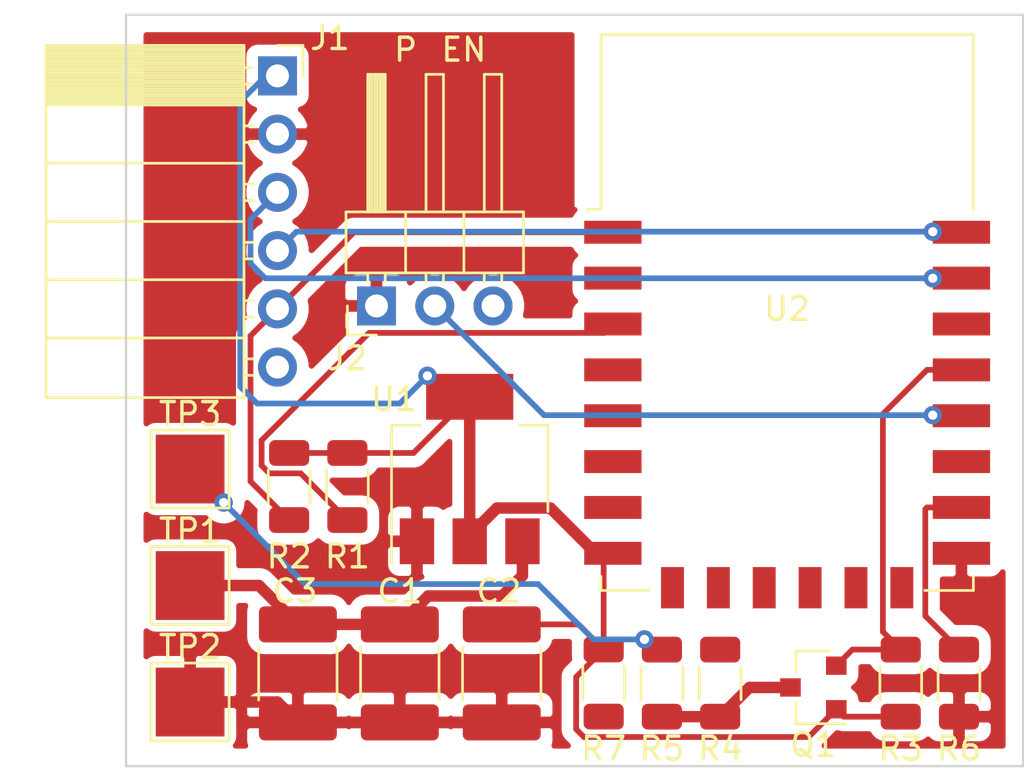
<source format=kicad_pcb>
(kicad_pcb (version 20171130) (host pcbnew "(5.1.9)-1")

  (general
    (thickness 1.6)
    (drawings 6)
    (tracks 80)
    (zones 0)
    (modules 18)
    (nets 28)
  )

  (page A)
  (title_block
    (title "LED Controller")
    (date 2021-10-05)
    (rev A)
  )

  (layers
    (0 F.Cu signal)
    (31 B.Cu signal)
    (32 B.Adhes user)
    (33 F.Adhes user)
    (34 B.Paste user)
    (35 F.Paste user)
    (36 B.SilkS user)
    (37 F.SilkS user)
    (38 B.Mask user)
    (39 F.Mask user)
    (40 Dwgs.User user)
    (41 Cmts.User user)
    (42 Eco1.User user)
    (43 Eco2.User user)
    (44 Edge.Cuts user)
    (45 Margin user)
    (46 B.CrtYd user)
    (47 F.CrtYd user)
    (48 B.Fab user)
    (49 F.Fab user)
  )

  (setup
    (last_trace_width 0.25)
    (user_trace_width 0.5)
    (trace_clearance 0.2)
    (zone_clearance 0.508)
    (zone_45_only no)
    (trace_min 0.2)
    (via_size 0.8)
    (via_drill 0.4)
    (via_min_size 0.4)
    (via_min_drill 0.3)
    (uvia_size 0.3)
    (uvia_drill 0.1)
    (uvias_allowed no)
    (uvia_min_size 0.2)
    (uvia_min_drill 0.1)
    (edge_width 0.05)
    (segment_width 0.2)
    (pcb_text_width 0.3)
    (pcb_text_size 1.5 1.5)
    (mod_edge_width 0.12)
    (mod_text_size 1 1)
    (mod_text_width 0.15)
    (pad_size 1.524 1.524)
    (pad_drill 0.762)
    (pad_to_mask_clearance 0)
    (aux_axis_origin 0 0)
    (visible_elements 7FFFFFFF)
    (pcbplotparams
      (layerselection 0x010fc_ffffffff)
      (usegerberextensions false)
      (usegerberattributes true)
      (usegerberadvancedattributes true)
      (creategerberjobfile true)
      (excludeedgelayer true)
      (linewidth 0.100000)
      (plotframeref false)
      (viasonmask false)
      (mode 1)
      (useauxorigin false)
      (hpglpennumber 1)
      (hpglpenspeed 20)
      (hpglpendiameter 15.000000)
      (psnegative false)
      (psa4output false)
      (plotreference true)
      (plotvalue true)
      (plotinvisibletext false)
      (padsonsilk false)
      (subtractmaskfromsilk false)
      (outputformat 1)
      (mirror false)
      (drillshape 1)
      (scaleselection 1)
      (outputdirectory ""))
  )

  (net 0 "")
  (net 1 GND)
  (net 2 "Net-(C2-Pad1)")
  (net 3 /TX)
  (net 4 /RX)
  (net 5 /RTS)
  (net 6 "Net-(J1-Pad6)")
  (net 7 "Net-(J2-Pad2)")
  (net 8 "Net-(J2-Pad3)")
  (net 9 "Net-(Q1-Pad2)")
  (net 10 "Net-(Q1-Pad3)")
  (net 11 "Net-(R1-Pad2)")
  (net 12 "Net-(R5-Pad1)")
  (net 13 "Net-(R6-Pad1)")
  (net 14 "Net-(U2-Pad2)")
  (net 15 "Net-(U2-Pad4)")
  (net 16 "Net-(U2-Pad5)")
  (net 17 "Net-(U2-Pad6)")
  (net 18 "Net-(U2-Pad7)")
  (net 19 "Net-(U2-Pad9)")
  (net 20 "Net-(U2-Pad10)")
  (net 21 "Net-(U2-Pad11)")
  (net 22 "Net-(U2-Pad12)")
  (net 23 "Net-(U2-Pad13)")
  (net 24 "Net-(U2-Pad14)")
  (net 25 "Net-(U2-Pad17)")
  (net 26 "Net-(U2-Pad20)")
  (net 27 +5V)

  (net_class Default "This is the default net class."
    (clearance 0.2)
    (trace_width 0.25)
    (via_dia 0.8)
    (via_drill 0.4)
    (uvia_dia 0.3)
    (uvia_drill 0.1)
    (add_net +5V)
    (add_net /RTS)
    (add_net /RX)
    (add_net /TX)
    (add_net GND)
    (add_net "Net-(C2-Pad1)")
    (add_net "Net-(J1-Pad6)")
    (add_net "Net-(J2-Pad2)")
    (add_net "Net-(J2-Pad3)")
    (add_net "Net-(Q1-Pad2)")
    (add_net "Net-(Q1-Pad3)")
    (add_net "Net-(R1-Pad2)")
    (add_net "Net-(R5-Pad1)")
    (add_net "Net-(R6-Pad1)")
    (add_net "Net-(U2-Pad10)")
    (add_net "Net-(U2-Pad11)")
    (add_net "Net-(U2-Pad12)")
    (add_net "Net-(U2-Pad13)")
    (add_net "Net-(U2-Pad14)")
    (add_net "Net-(U2-Pad17)")
    (add_net "Net-(U2-Pad2)")
    (add_net "Net-(U2-Pad20)")
    (add_net "Net-(U2-Pad4)")
    (add_net "Net-(U2-Pad5)")
    (add_net "Net-(U2-Pad6)")
    (add_net "Net-(U2-Pad7)")
    (add_net "Net-(U2-Pad9)")
  )

  (module Capacitor_SMD:C_1812_4532Metric_Pad1.57x3.40mm_HandSolder (layer F.Cu) (tedit 5F68FEEF) (tstamp 615C6BB7)
    (at 117.094 120.6715 270)
    (descr "Capacitor SMD 1812 (4532 Metric), square (rectangular) end terminal, IPC_7351 nominal with elongated pad for handsoldering. (Body size source: IPC-SM-782 page 76, https://www.pcb-3d.com/wordpress/wp-content/uploads/ipc-sm-782a_amendment_1_and_2.pdf), generated with kicad-footprint-generator")
    (tags "capacitor handsolder")
    (path /615D6D6C)
    (attr smd)
    (fp_text reference C1 (at -3.5775 0 180) (layer F.SilkS)
      (effects (font (size 1 1) (thickness 0.15)))
    )
    (fp_text value 10u (at 0 2.65 90) (layer F.Fab)
      (effects (font (size 1 1) (thickness 0.15)))
    )
    (fp_line (start 3.18 1.95) (end -3.18 1.95) (layer F.CrtYd) (width 0.05))
    (fp_line (start 3.18 -1.95) (end 3.18 1.95) (layer F.CrtYd) (width 0.05))
    (fp_line (start -3.18 -1.95) (end 3.18 -1.95) (layer F.CrtYd) (width 0.05))
    (fp_line (start -3.18 1.95) (end -3.18 -1.95) (layer F.CrtYd) (width 0.05))
    (fp_line (start -1.161252 1.71) (end 1.161252 1.71) (layer F.SilkS) (width 0.12))
    (fp_line (start -1.161252 -1.71) (end 1.161252 -1.71) (layer F.SilkS) (width 0.12))
    (fp_line (start 2.25 1.6) (end -2.25 1.6) (layer F.Fab) (width 0.1))
    (fp_line (start 2.25 -1.6) (end 2.25 1.6) (layer F.Fab) (width 0.1))
    (fp_line (start -2.25 -1.6) (end 2.25 -1.6) (layer F.Fab) (width 0.1))
    (fp_line (start -2.25 1.6) (end -2.25 -1.6) (layer F.Fab) (width 0.1))
    (fp_text user %R (at 0 0 90) (layer F.Fab)
      (effects (font (size 1 1) (thickness 0.15)))
    )
    (pad 1 smd roundrect (at -2.1375 0 270) (size 1.575 3.4) (layers F.Cu F.Paste F.Mask) (roundrect_rratio 0.15873)
      (net 27 +5V))
    (pad 2 smd roundrect (at 2.1375 0 270) (size 1.575 3.4) (layers F.Cu F.Paste F.Mask) (roundrect_rratio 0.15873)
      (net 1 GND))
    (model ${KISYS3DMOD}/Capacitor_SMD.3dshapes/C_1812_4532Metric.wrl
      (at (xyz 0 0 0))
      (scale (xyz 1 1 1))
      (rotate (xyz 0 0 0))
    )
  )

  (module Capacitor_SMD:C_1812_4532Metric_Pad1.57x3.40mm_HandSolder (layer F.Cu) (tedit 5F68FEEF) (tstamp 615C89F5)
    (at 121.539 120.6715 270)
    (descr "Capacitor SMD 1812 (4532 Metric), square (rectangular) end terminal, IPC_7351 nominal with elongated pad for handsoldering. (Body size source: IPC-SM-782 page 76, https://www.pcb-3d.com/wordpress/wp-content/uploads/ipc-sm-782a_amendment_1_and_2.pdf), generated with kicad-footprint-generator")
    (tags "capacitor handsolder")
    (path /615DB7E3)
    (attr smd)
    (fp_text reference C2 (at -3.5775 0.127 180) (layer F.SilkS)
      (effects (font (size 1 1) (thickness 0.15)))
    )
    (fp_text value 10u (at 0 2.65 90) (layer F.Fab)
      (effects (font (size 1 1) (thickness 0.15)))
    )
    (fp_line (start -2.25 1.6) (end -2.25 -1.6) (layer F.Fab) (width 0.1))
    (fp_line (start -2.25 -1.6) (end 2.25 -1.6) (layer F.Fab) (width 0.1))
    (fp_line (start 2.25 -1.6) (end 2.25 1.6) (layer F.Fab) (width 0.1))
    (fp_line (start 2.25 1.6) (end -2.25 1.6) (layer F.Fab) (width 0.1))
    (fp_line (start -1.161252 -1.71) (end 1.161252 -1.71) (layer F.SilkS) (width 0.12))
    (fp_line (start -1.161252 1.71) (end 1.161252 1.71) (layer F.SilkS) (width 0.12))
    (fp_line (start -3.18 1.95) (end -3.18 -1.95) (layer F.CrtYd) (width 0.05))
    (fp_line (start -3.18 -1.95) (end 3.18 -1.95) (layer F.CrtYd) (width 0.05))
    (fp_line (start 3.18 -1.95) (end 3.18 1.95) (layer F.CrtYd) (width 0.05))
    (fp_line (start 3.18 1.95) (end -3.18 1.95) (layer F.CrtYd) (width 0.05))
    (fp_text user %R (at 0 0 90) (layer F.Fab)
      (effects (font (size 1 1) (thickness 0.15)))
    )
    (pad 2 smd roundrect (at 2.1375 0 270) (size 1.575 3.4) (layers F.Cu F.Paste F.Mask) (roundrect_rratio 0.15873)
      (net 1 GND))
    (pad 1 smd roundrect (at -2.1375 0 270) (size 1.575 3.4) (layers F.Cu F.Paste F.Mask) (roundrect_rratio 0.15873)
      (net 2 "Net-(C2-Pad1)"))
    (model ${KISYS3DMOD}/Capacitor_SMD.3dshapes/C_1812_4532Metric.wrl
      (at (xyz 0 0 0))
      (scale (xyz 1 1 1))
      (rotate (xyz 0 0 0))
    )
  )

  (module Capacitor_SMD:C_1812_4532Metric_Pad1.57x3.40mm_HandSolder (layer F.Cu) (tedit 5F68FEEF) (tstamp 615CAE10)
    (at 112.649 120.6715 270)
    (descr "Capacitor SMD 1812 (4532 Metric), square (rectangular) end terminal, IPC_7351 nominal with elongated pad for handsoldering. (Body size source: IPC-SM-782 page 76, https://www.pcb-3d.com/wordpress/wp-content/uploads/ipc-sm-782a_amendment_1_and_2.pdf), generated with kicad-footprint-generator")
    (tags "capacitor handsolder")
    (path /6164E123)
    (attr smd)
    (fp_text reference C3 (at -3.5775 0.127 180) (layer F.SilkS)
      (effects (font (size 1 1) (thickness 0.15)))
    )
    (fp_text value 1000u (at 0 2.65 90) (layer F.Fab)
      (effects (font (size 1 1) (thickness 0.15)))
    )
    (fp_line (start 3.18 1.95) (end -3.18 1.95) (layer F.CrtYd) (width 0.05))
    (fp_line (start 3.18 -1.95) (end 3.18 1.95) (layer F.CrtYd) (width 0.05))
    (fp_line (start -3.18 -1.95) (end 3.18 -1.95) (layer F.CrtYd) (width 0.05))
    (fp_line (start -3.18 1.95) (end -3.18 -1.95) (layer F.CrtYd) (width 0.05))
    (fp_line (start -1.161252 1.71) (end 1.161252 1.71) (layer F.SilkS) (width 0.12))
    (fp_line (start -1.161252 -1.71) (end 1.161252 -1.71) (layer F.SilkS) (width 0.12))
    (fp_line (start 2.25 1.6) (end -2.25 1.6) (layer F.Fab) (width 0.1))
    (fp_line (start 2.25 -1.6) (end 2.25 1.6) (layer F.Fab) (width 0.1))
    (fp_line (start -2.25 -1.6) (end 2.25 -1.6) (layer F.Fab) (width 0.1))
    (fp_line (start -2.25 1.6) (end -2.25 -1.6) (layer F.Fab) (width 0.1))
    (fp_text user %R (at 0 0 90) (layer F.Fab)
      (effects (font (size 1 1) (thickness 0.15)))
    )
    (pad 1 smd roundrect (at -2.1375 0 270) (size 1.575 3.4) (layers F.Cu F.Paste F.Mask) (roundrect_rratio 0.15873)
      (net 27 +5V))
    (pad 2 smd roundrect (at 2.1375 0 270) (size 1.575 3.4) (layers F.Cu F.Paste F.Mask) (roundrect_rratio 0.15873)
      (net 1 GND))
    (model ${KISYS3DMOD}/Capacitor_SMD.3dshapes/C_1812_4532Metric.wrl
      (at (xyz 0 0 0))
      (scale (xyz 1 1 1))
      (rotate (xyz 0 0 0))
    )
  )

  (module Connector_PinSocket_2.54mm:PinSocket_1x06_P2.54mm_Horizontal (layer F.Cu) (tedit 5A19A42D) (tstamp 615C6C2B)
    (at 111.76 94.615)
    (descr "Through hole angled socket strip, 1x06, 2.54mm pitch, 8.51mm socket length, single row (from Kicad 4.0.7), script generated")
    (tags "Through hole angled socket strip THT 1x06 2.54mm single row")
    (path /615EAA3A)
    (fp_text reference J1 (at 2.286 -1.651) (layer F.SilkS)
      (effects (font (size 1 1) (thickness 0.15)))
    )
    (fp_text value Conn_01x06_Female (at -4.38 15.47) (layer F.Fab)
      (effects (font (size 1 1) (thickness 0.15)))
    )
    (fp_line (start 1.75 14.45) (end 1.75 -1.8) (layer F.CrtYd) (width 0.05))
    (fp_line (start -10.55 14.45) (end 1.75 14.45) (layer F.CrtYd) (width 0.05))
    (fp_line (start -10.55 -1.8) (end -10.55 14.45) (layer F.CrtYd) (width 0.05))
    (fp_line (start 1.75 -1.8) (end -10.55 -1.8) (layer F.CrtYd) (width 0.05))
    (fp_line (start 0 -1.33) (end 1.11 -1.33) (layer F.SilkS) (width 0.12))
    (fp_line (start 1.11 -1.33) (end 1.11 0) (layer F.SilkS) (width 0.12))
    (fp_line (start -10.09 -1.33) (end -10.09 14.03) (layer F.SilkS) (width 0.12))
    (fp_line (start -10.09 14.03) (end -1.46 14.03) (layer F.SilkS) (width 0.12))
    (fp_line (start -1.46 -1.33) (end -1.46 14.03) (layer F.SilkS) (width 0.12))
    (fp_line (start -10.09 -1.33) (end -1.46 -1.33) (layer F.SilkS) (width 0.12))
    (fp_line (start -10.09 11.43) (end -1.46 11.43) (layer F.SilkS) (width 0.12))
    (fp_line (start -10.09 8.89) (end -1.46 8.89) (layer F.SilkS) (width 0.12))
    (fp_line (start -10.09 6.35) (end -1.46 6.35) (layer F.SilkS) (width 0.12))
    (fp_line (start -10.09 3.81) (end -1.46 3.81) (layer F.SilkS) (width 0.12))
    (fp_line (start -10.09 1.27) (end -1.46 1.27) (layer F.SilkS) (width 0.12))
    (fp_line (start -1.46 13.06) (end -1.05 13.06) (layer F.SilkS) (width 0.12))
    (fp_line (start -1.46 12.34) (end -1.05 12.34) (layer F.SilkS) (width 0.12))
    (fp_line (start -1.46 10.52) (end -1.05 10.52) (layer F.SilkS) (width 0.12))
    (fp_line (start -1.46 9.8) (end -1.05 9.8) (layer F.SilkS) (width 0.12))
    (fp_line (start -1.46 7.98) (end -1.05 7.98) (layer F.SilkS) (width 0.12))
    (fp_line (start -1.46 7.26) (end -1.05 7.26) (layer F.SilkS) (width 0.12))
    (fp_line (start -1.46 5.44) (end -1.05 5.44) (layer F.SilkS) (width 0.12))
    (fp_line (start -1.46 4.72) (end -1.05 4.72) (layer F.SilkS) (width 0.12))
    (fp_line (start -1.46 2.9) (end -1.05 2.9) (layer F.SilkS) (width 0.12))
    (fp_line (start -1.46 2.18) (end -1.05 2.18) (layer F.SilkS) (width 0.12))
    (fp_line (start -1.46 0.36) (end -1.11 0.36) (layer F.SilkS) (width 0.12))
    (fp_line (start -1.46 -0.36) (end -1.11 -0.36) (layer F.SilkS) (width 0.12))
    (fp_line (start -10.09 1.1519) (end -1.46 1.1519) (layer F.SilkS) (width 0.12))
    (fp_line (start -10.09 1.033805) (end -1.46 1.033805) (layer F.SilkS) (width 0.12))
    (fp_line (start -10.09 0.91571) (end -1.46 0.91571) (layer F.SilkS) (width 0.12))
    (fp_line (start -10.09 0.797615) (end -1.46 0.797615) (layer F.SilkS) (width 0.12))
    (fp_line (start -10.09 0.67952) (end -1.46 0.67952) (layer F.SilkS) (width 0.12))
    (fp_line (start -10.09 0.561425) (end -1.46 0.561425) (layer F.SilkS) (width 0.12))
    (fp_line (start -10.09 0.44333) (end -1.46 0.44333) (layer F.SilkS) (width 0.12))
    (fp_line (start -10.09 0.325235) (end -1.46 0.325235) (layer F.SilkS) (width 0.12))
    (fp_line (start -10.09 0.20714) (end -1.46 0.20714) (layer F.SilkS) (width 0.12))
    (fp_line (start -10.09 0.089045) (end -1.46 0.089045) (layer F.SilkS) (width 0.12))
    (fp_line (start -10.09 -0.02905) (end -1.46 -0.02905) (layer F.SilkS) (width 0.12))
    (fp_line (start -10.09 -0.147145) (end -1.46 -0.147145) (layer F.SilkS) (width 0.12))
    (fp_line (start -10.09 -0.26524) (end -1.46 -0.26524) (layer F.SilkS) (width 0.12))
    (fp_line (start -10.09 -0.383335) (end -1.46 -0.383335) (layer F.SilkS) (width 0.12))
    (fp_line (start -10.09 -0.50143) (end -1.46 -0.50143) (layer F.SilkS) (width 0.12))
    (fp_line (start -10.09 -0.619525) (end -1.46 -0.619525) (layer F.SilkS) (width 0.12))
    (fp_line (start -10.09 -0.73762) (end -1.46 -0.73762) (layer F.SilkS) (width 0.12))
    (fp_line (start -10.09 -0.855715) (end -1.46 -0.855715) (layer F.SilkS) (width 0.12))
    (fp_line (start -10.09 -0.97381) (end -1.46 -0.97381) (layer F.SilkS) (width 0.12))
    (fp_line (start -10.09 -1.091905) (end -1.46 -1.091905) (layer F.SilkS) (width 0.12))
    (fp_line (start -10.09 -1.21) (end -1.46 -1.21) (layer F.SilkS) (width 0.12))
    (fp_line (start 0 13) (end 0 12.4) (layer F.Fab) (width 0.1))
    (fp_line (start -1.52 13) (end 0 13) (layer F.Fab) (width 0.1))
    (fp_line (start 0 12.4) (end -1.52 12.4) (layer F.Fab) (width 0.1))
    (fp_line (start 0 10.46) (end 0 9.86) (layer F.Fab) (width 0.1))
    (fp_line (start -1.52 10.46) (end 0 10.46) (layer F.Fab) (width 0.1))
    (fp_line (start 0 9.86) (end -1.52 9.86) (layer F.Fab) (width 0.1))
    (fp_line (start 0 7.92) (end 0 7.32) (layer F.Fab) (width 0.1))
    (fp_line (start -1.52 7.92) (end 0 7.92) (layer F.Fab) (width 0.1))
    (fp_line (start 0 7.32) (end -1.52 7.32) (layer F.Fab) (width 0.1))
    (fp_line (start 0 5.38) (end 0 4.78) (layer F.Fab) (width 0.1))
    (fp_line (start -1.52 5.38) (end 0 5.38) (layer F.Fab) (width 0.1))
    (fp_line (start 0 4.78) (end -1.52 4.78) (layer F.Fab) (width 0.1))
    (fp_line (start 0 2.84) (end 0 2.24) (layer F.Fab) (width 0.1))
    (fp_line (start -1.52 2.84) (end 0 2.84) (layer F.Fab) (width 0.1))
    (fp_line (start 0 2.24) (end -1.52 2.24) (layer F.Fab) (width 0.1))
    (fp_line (start 0 0.3) (end 0 -0.3) (layer F.Fab) (width 0.1))
    (fp_line (start -1.52 0.3) (end 0 0.3) (layer F.Fab) (width 0.1))
    (fp_line (start 0 -0.3) (end -1.52 -0.3) (layer F.Fab) (width 0.1))
    (fp_line (start -10.03 13.97) (end -10.03 -1.27) (layer F.Fab) (width 0.1))
    (fp_line (start -1.52 13.97) (end -10.03 13.97) (layer F.Fab) (width 0.1))
    (fp_line (start -1.52 -0.3) (end -1.52 13.97) (layer F.Fab) (width 0.1))
    (fp_line (start -2.49 -1.27) (end -1.52 -0.3) (layer F.Fab) (width 0.1))
    (fp_line (start -10.03 -1.27) (end -2.49 -1.27) (layer F.Fab) (width 0.1))
    (fp_text user %R (at -5.775 6.35 90) (layer F.Fab)
      (effects (font (size 1 1) (thickness 0.15)))
    )
    (pad 1 thru_hole rect (at 0 0) (size 1.7 1.7) (drill 1) (layers *.Cu *.Mask)
      (net 2 "Net-(C2-Pad1)"))
    (pad 2 thru_hole oval (at 0 2.54) (size 1.7 1.7) (drill 1) (layers *.Cu *.Mask)
      (net 1 GND))
    (pad 3 thru_hole oval (at 0 5.08) (size 1.7 1.7) (drill 1) (layers *.Cu *.Mask)
      (net 3 /TX))
    (pad 4 thru_hole oval (at 0 7.62) (size 1.7 1.7) (drill 1) (layers *.Cu *.Mask)
      (net 4 /RX))
    (pad 5 thru_hole oval (at 0 10.16) (size 1.7 1.7) (drill 1) (layers *.Cu *.Mask)
      (net 5 /RTS))
    (pad 6 thru_hole oval (at 0 12.7) (size 1.7 1.7) (drill 1) (layers *.Cu *.Mask)
      (net 6 "Net-(J1-Pad6)"))
    (model ${KISYS3DMOD}/Connector_PinSocket_2.54mm.3dshapes/PinSocket_1x06_P2.54mm_Horizontal.wrl
      (at (xyz 0 0 0))
      (scale (xyz 1 1 1))
      (rotate (xyz 0 0 0))
    )
  )

  (module Connector_PinHeader_2.54mm:PinHeader_1x03_P2.54mm_Horizontal (layer F.Cu) (tedit 59FED5CB) (tstamp 615CAB12)
    (at 116.078 104.648 90)
    (descr "Through hole angled pin header, 1x03, 2.54mm pitch, 6mm pin length, single row")
    (tags "Through hole angled pin header THT 1x03 2.54mm single row")
    (path /616687B9)
    (fp_text reference J2 (at -2.286 -1.27 180) (layer F.SilkS)
      (effects (font (size 1 1) (thickness 0.15)))
    )
    (fp_text value Conn_01x06_Female (at 4.385 7.35 90) (layer F.Fab)
      (effects (font (size 1 1) (thickness 0.15)))
    )
    (fp_line (start 10.55 -1.8) (end -1.8 -1.8) (layer F.CrtYd) (width 0.05))
    (fp_line (start 10.55 6.85) (end 10.55 -1.8) (layer F.CrtYd) (width 0.05))
    (fp_line (start -1.8 6.85) (end 10.55 6.85) (layer F.CrtYd) (width 0.05))
    (fp_line (start -1.8 -1.8) (end -1.8 6.85) (layer F.CrtYd) (width 0.05))
    (fp_line (start -1.27 -1.27) (end 0 -1.27) (layer F.SilkS) (width 0.12))
    (fp_line (start -1.27 0) (end -1.27 -1.27) (layer F.SilkS) (width 0.12))
    (fp_line (start 1.042929 5.46) (end 1.44 5.46) (layer F.SilkS) (width 0.12))
    (fp_line (start 1.042929 4.7) (end 1.44 4.7) (layer F.SilkS) (width 0.12))
    (fp_line (start 10.1 5.46) (end 4.1 5.46) (layer F.SilkS) (width 0.12))
    (fp_line (start 10.1 4.7) (end 10.1 5.46) (layer F.SilkS) (width 0.12))
    (fp_line (start 4.1 4.7) (end 10.1 4.7) (layer F.SilkS) (width 0.12))
    (fp_line (start 1.44 3.81) (end 4.1 3.81) (layer F.SilkS) (width 0.12))
    (fp_line (start 1.042929 2.92) (end 1.44 2.92) (layer F.SilkS) (width 0.12))
    (fp_line (start 1.042929 2.16) (end 1.44 2.16) (layer F.SilkS) (width 0.12))
    (fp_line (start 10.1 2.92) (end 4.1 2.92) (layer F.SilkS) (width 0.12))
    (fp_line (start 10.1 2.16) (end 10.1 2.92) (layer F.SilkS) (width 0.12))
    (fp_line (start 4.1 2.16) (end 10.1 2.16) (layer F.SilkS) (width 0.12))
    (fp_line (start 1.44 1.27) (end 4.1 1.27) (layer F.SilkS) (width 0.12))
    (fp_line (start 1.11 0.38) (end 1.44 0.38) (layer F.SilkS) (width 0.12))
    (fp_line (start 1.11 -0.38) (end 1.44 -0.38) (layer F.SilkS) (width 0.12))
    (fp_line (start 4.1 0.28) (end 10.1 0.28) (layer F.SilkS) (width 0.12))
    (fp_line (start 4.1 0.16) (end 10.1 0.16) (layer F.SilkS) (width 0.12))
    (fp_line (start 4.1 0.04) (end 10.1 0.04) (layer F.SilkS) (width 0.12))
    (fp_line (start 4.1 -0.08) (end 10.1 -0.08) (layer F.SilkS) (width 0.12))
    (fp_line (start 4.1 -0.2) (end 10.1 -0.2) (layer F.SilkS) (width 0.12))
    (fp_line (start 4.1 -0.32) (end 10.1 -0.32) (layer F.SilkS) (width 0.12))
    (fp_line (start 10.1 0.38) (end 4.1 0.38) (layer F.SilkS) (width 0.12))
    (fp_line (start 10.1 -0.38) (end 10.1 0.38) (layer F.SilkS) (width 0.12))
    (fp_line (start 4.1 -0.38) (end 10.1 -0.38) (layer F.SilkS) (width 0.12))
    (fp_line (start 4.1 -1.33) (end 1.44 -1.33) (layer F.SilkS) (width 0.12))
    (fp_line (start 4.1 6.41) (end 4.1 -1.33) (layer F.SilkS) (width 0.12))
    (fp_line (start 1.44 6.41) (end 4.1 6.41) (layer F.SilkS) (width 0.12))
    (fp_line (start 1.44 -1.33) (end 1.44 6.41) (layer F.SilkS) (width 0.12))
    (fp_line (start 4.04 5.4) (end 10.04 5.4) (layer F.Fab) (width 0.1))
    (fp_line (start 10.04 4.76) (end 10.04 5.4) (layer F.Fab) (width 0.1))
    (fp_line (start 4.04 4.76) (end 10.04 4.76) (layer F.Fab) (width 0.1))
    (fp_line (start -0.32 5.4) (end 1.5 5.4) (layer F.Fab) (width 0.1))
    (fp_line (start -0.32 4.76) (end -0.32 5.4) (layer F.Fab) (width 0.1))
    (fp_line (start -0.32 4.76) (end 1.5 4.76) (layer F.Fab) (width 0.1))
    (fp_line (start 4.04 2.86) (end 10.04 2.86) (layer F.Fab) (width 0.1))
    (fp_line (start 10.04 2.22) (end 10.04 2.86) (layer F.Fab) (width 0.1))
    (fp_line (start 4.04 2.22) (end 10.04 2.22) (layer F.Fab) (width 0.1))
    (fp_line (start -0.32 2.86) (end 1.5 2.86) (layer F.Fab) (width 0.1))
    (fp_line (start -0.32 2.22) (end -0.32 2.86) (layer F.Fab) (width 0.1))
    (fp_line (start -0.32 2.22) (end 1.5 2.22) (layer F.Fab) (width 0.1))
    (fp_line (start 4.04 0.32) (end 10.04 0.32) (layer F.Fab) (width 0.1))
    (fp_line (start 10.04 -0.32) (end 10.04 0.32) (layer F.Fab) (width 0.1))
    (fp_line (start 4.04 -0.32) (end 10.04 -0.32) (layer F.Fab) (width 0.1))
    (fp_line (start -0.32 0.32) (end 1.5 0.32) (layer F.Fab) (width 0.1))
    (fp_line (start -0.32 -0.32) (end -0.32 0.32) (layer F.Fab) (width 0.1))
    (fp_line (start -0.32 -0.32) (end 1.5 -0.32) (layer F.Fab) (width 0.1))
    (fp_line (start 1.5 -0.635) (end 2.135 -1.27) (layer F.Fab) (width 0.1))
    (fp_line (start 1.5 6.35) (end 1.5 -0.635) (layer F.Fab) (width 0.1))
    (fp_line (start 4.04 6.35) (end 1.5 6.35) (layer F.Fab) (width 0.1))
    (fp_line (start 4.04 -1.27) (end 4.04 6.35) (layer F.Fab) (width 0.1))
    (fp_line (start 2.135 -1.27) (end 4.04 -1.27) (layer F.Fab) (width 0.1))
    (fp_text user %R (at 2.77 2.54) (layer F.Fab)
      (effects (font (size 1 1) (thickness 0.15)))
    )
    (pad 1 thru_hole rect (at 0 0 90) (size 1.7 1.7) (drill 1) (layers *.Cu *.Mask)
      (net 1 GND))
    (pad 2 thru_hole oval (at 0 2.54 90) (size 1.7 1.7) (drill 1) (layers *.Cu *.Mask)
      (net 7 "Net-(J2-Pad2)"))
    (pad 3 thru_hole oval (at 0 5.08 90) (size 1.7 1.7) (drill 1) (layers *.Cu *.Mask)
      (net 8 "Net-(J2-Pad3)"))
    (model ${KISYS3DMOD}/Connector_PinHeader_2.54mm.3dshapes/PinHeader_1x03_P2.54mm_Horizontal.wrl
      (at (xyz 0 0 0))
      (scale (xyz 1 1 1))
      (rotate (xyz 0 0 0))
    )
  )

  (module Package_TO_SOT_SMD:SOT-23 (layer F.Cu) (tedit 5A02FF57) (tstamp 615CACD4)
    (at 135.128 121.285 180)
    (descr "SOT-23, Standard")
    (tags SOT-23)
    (path /615C1EF4)
    (attr smd)
    (fp_text reference Q1 (at 0 -2.5) (layer F.SilkS)
      (effects (font (size 1 1) (thickness 0.15)))
    )
    (fp_text value BSS138 (at 0 2.5) (layer F.Fab)
      (effects (font (size 1 1) (thickness 0.15)))
    )
    (fp_line (start 0.76 1.58) (end -0.7 1.58) (layer F.SilkS) (width 0.12))
    (fp_line (start 0.76 -1.58) (end -1.4 -1.58) (layer F.SilkS) (width 0.12))
    (fp_line (start -1.7 1.75) (end -1.7 -1.75) (layer F.CrtYd) (width 0.05))
    (fp_line (start 1.7 1.75) (end -1.7 1.75) (layer F.CrtYd) (width 0.05))
    (fp_line (start 1.7 -1.75) (end 1.7 1.75) (layer F.CrtYd) (width 0.05))
    (fp_line (start -1.7 -1.75) (end 1.7 -1.75) (layer F.CrtYd) (width 0.05))
    (fp_line (start 0.76 -1.58) (end 0.76 -0.65) (layer F.SilkS) (width 0.12))
    (fp_line (start 0.76 1.58) (end 0.76 0.65) (layer F.SilkS) (width 0.12))
    (fp_line (start -0.7 1.52) (end 0.7 1.52) (layer F.Fab) (width 0.1))
    (fp_line (start 0.7 -1.52) (end 0.7 1.52) (layer F.Fab) (width 0.1))
    (fp_line (start -0.7 -0.95) (end -0.15 -1.52) (layer F.Fab) (width 0.1))
    (fp_line (start -0.15 -1.52) (end 0.7 -1.52) (layer F.Fab) (width 0.1))
    (fp_line (start -0.7 -0.95) (end -0.7 1.5) (layer F.Fab) (width 0.1))
    (fp_text user %R (at 0 0 90) (layer F.Fab)
      (effects (font (size 0.5 0.5) (thickness 0.075)))
    )
    (pad 1 smd rect (at -1 -0.95 180) (size 0.9 0.8) (layers F.Cu F.Paste F.Mask)
      (net 2 "Net-(C2-Pad1)"))
    (pad 2 smd rect (at -1 0.95 180) (size 0.9 0.8) (layers F.Cu F.Paste F.Mask)
      (net 9 "Net-(Q1-Pad2)"))
    (pad 3 smd rect (at 1 0 180) (size 0.9 0.8) (layers F.Cu F.Paste F.Mask)
      (net 10 "Net-(Q1-Pad3)"))
    (model ${KISYS3DMOD}/Package_TO_SOT_SMD.3dshapes/SOT-23.wrl
      (at (xyz 0 0 0))
      (scale (xyz 1 1 1))
      (rotate (xyz 0 0 0))
    )
  )

  (module Resistor_SMD:R_1206_3216Metric (layer F.Cu) (tedit 5F68FEEE) (tstamp 615CB75B)
    (at 114.808 112.522 270)
    (descr "Resistor SMD 1206 (3216 Metric), square (rectangular) end terminal, IPC_7351 nominal, (Body size source: IPC-SM-782 page 72, https://www.pcb-3d.com/wordpress/wp-content/uploads/ipc-sm-782a_amendment_1_and_2.pdf), generated with kicad-footprint-generator")
    (tags resistor)
    (path /615F795A)
    (attr smd)
    (fp_text reference R1 (at 3.048 0 180) (layer F.SilkS)
      (effects (font (size 1 1) (thickness 0.15)))
    )
    (fp_text value 10k (at 0 1.82 90) (layer F.Fab)
      (effects (font (size 1 1) (thickness 0.15)))
    )
    (fp_line (start -1.6 0.8) (end -1.6 -0.8) (layer F.Fab) (width 0.1))
    (fp_line (start -1.6 -0.8) (end 1.6 -0.8) (layer F.Fab) (width 0.1))
    (fp_line (start 1.6 -0.8) (end 1.6 0.8) (layer F.Fab) (width 0.1))
    (fp_line (start 1.6 0.8) (end -1.6 0.8) (layer F.Fab) (width 0.1))
    (fp_line (start -0.727064 -0.91) (end 0.727064 -0.91) (layer F.SilkS) (width 0.12))
    (fp_line (start -0.727064 0.91) (end 0.727064 0.91) (layer F.SilkS) (width 0.12))
    (fp_line (start -2.28 1.12) (end -2.28 -1.12) (layer F.CrtYd) (width 0.05))
    (fp_line (start -2.28 -1.12) (end 2.28 -1.12) (layer F.CrtYd) (width 0.05))
    (fp_line (start 2.28 -1.12) (end 2.28 1.12) (layer F.CrtYd) (width 0.05))
    (fp_line (start 2.28 1.12) (end -2.28 1.12) (layer F.CrtYd) (width 0.05))
    (fp_text user %R (at 0 0 90) (layer F.Fab)
      (effects (font (size 0.8 0.8) (thickness 0.12)))
    )
    (pad 2 smd roundrect (at 1.4625 0 270) (size 1.125 1.75) (layers F.Cu F.Paste F.Mask) (roundrect_rratio 0.222222)
      (net 11 "Net-(R1-Pad2)"))
    (pad 1 smd roundrect (at -1.4625 0 270) (size 1.125 1.75) (layers F.Cu F.Paste F.Mask) (roundrect_rratio 0.222222)
      (net 2 "Net-(C2-Pad1)"))
    (model ${KISYS3DMOD}/Resistor_SMD.3dshapes/R_1206_3216Metric.wrl
      (at (xyz 0 0 0))
      (scale (xyz 1 1 1))
      (rotate (xyz 0 0 0))
    )
  )

  (module Resistor_SMD:R_1206_3216Metric (layer F.Cu) (tedit 5F68FEEE) (tstamp 615CB78B)
    (at 112.268 112.522 270)
    (descr "Resistor SMD 1206 (3216 Metric), square (rectangular) end terminal, IPC_7351 nominal, (Body size source: IPC-SM-782 page 72, https://www.pcb-3d.com/wordpress/wp-content/uploads/ipc-sm-782a_amendment_1_and_2.pdf), generated with kicad-footprint-generator")
    (tags resistor)
    (path /61627DE3)
    (attr smd)
    (fp_text reference R2 (at 3.048 0 180) (layer F.SilkS)
      (effects (font (size 1 1) (thickness 0.15)))
    )
    (fp_text value 10k (at 0 1.82 90) (layer F.Fab)
      (effects (font (size 1 1) (thickness 0.15)))
    )
    (fp_line (start 2.28 1.12) (end -2.28 1.12) (layer F.CrtYd) (width 0.05))
    (fp_line (start 2.28 -1.12) (end 2.28 1.12) (layer F.CrtYd) (width 0.05))
    (fp_line (start -2.28 -1.12) (end 2.28 -1.12) (layer F.CrtYd) (width 0.05))
    (fp_line (start -2.28 1.12) (end -2.28 -1.12) (layer F.CrtYd) (width 0.05))
    (fp_line (start -0.727064 0.91) (end 0.727064 0.91) (layer F.SilkS) (width 0.12))
    (fp_line (start -0.727064 -0.91) (end 0.727064 -0.91) (layer F.SilkS) (width 0.12))
    (fp_line (start 1.6 0.8) (end -1.6 0.8) (layer F.Fab) (width 0.1))
    (fp_line (start 1.6 -0.8) (end 1.6 0.8) (layer F.Fab) (width 0.1))
    (fp_line (start -1.6 -0.8) (end 1.6 -0.8) (layer F.Fab) (width 0.1))
    (fp_line (start -1.6 0.8) (end -1.6 -0.8) (layer F.Fab) (width 0.1))
    (fp_text user %R (at 0 0 90) (layer F.Fab)
      (effects (font (size 0.8 0.8) (thickness 0.12)))
    )
    (pad 1 smd roundrect (at -1.4625 0 270) (size 1.125 1.75) (layers F.Cu F.Paste F.Mask) (roundrect_rratio 0.222222)
      (net 2 "Net-(C2-Pad1)"))
    (pad 2 smd roundrect (at 1.4625 0 270) (size 1.125 1.75) (layers F.Cu F.Paste F.Mask) (roundrect_rratio 0.222222)
      (net 5 /RTS))
    (model ${KISYS3DMOD}/Resistor_SMD.3dshapes/R_1206_3216Metric.wrl
      (at (xyz 0 0 0))
      (scale (xyz 1 1 1))
      (rotate (xyz 0 0 0))
    )
  )

  (module Resistor_SMD:R_1206_3216Metric (layer F.Cu) (tedit 5F68FEEE) (tstamp 615CACA0)
    (at 138.938 121.0965 90)
    (descr "Resistor SMD 1206 (3216 Metric), square (rectangular) end terminal, IPC_7351 nominal, (Body size source: IPC-SM-782 page 72, https://www.pcb-3d.com/wordpress/wp-content/uploads/ipc-sm-782a_amendment_1_and_2.pdf), generated with kicad-footprint-generator")
    (tags resistor)
    (path /615C4671)
    (attr smd)
    (fp_text reference R3 (at -2.8555 0 180) (layer F.SilkS)
      (effects (font (size 1 1) (thickness 0.15)))
    )
    (fp_text value 10k (at 0 1.82 90) (layer F.Fab)
      (effects (font (size 1 1) (thickness 0.15)))
    )
    (fp_line (start 2.28 1.12) (end -2.28 1.12) (layer F.CrtYd) (width 0.05))
    (fp_line (start 2.28 -1.12) (end 2.28 1.12) (layer F.CrtYd) (width 0.05))
    (fp_line (start -2.28 -1.12) (end 2.28 -1.12) (layer F.CrtYd) (width 0.05))
    (fp_line (start -2.28 1.12) (end -2.28 -1.12) (layer F.CrtYd) (width 0.05))
    (fp_line (start -0.727064 0.91) (end 0.727064 0.91) (layer F.SilkS) (width 0.12))
    (fp_line (start -0.727064 -0.91) (end 0.727064 -0.91) (layer F.SilkS) (width 0.12))
    (fp_line (start 1.6 0.8) (end -1.6 0.8) (layer F.Fab) (width 0.1))
    (fp_line (start 1.6 -0.8) (end 1.6 0.8) (layer F.Fab) (width 0.1))
    (fp_line (start -1.6 -0.8) (end 1.6 -0.8) (layer F.Fab) (width 0.1))
    (fp_line (start -1.6 0.8) (end -1.6 -0.8) (layer F.Fab) (width 0.1))
    (fp_text user %R (at 0 0 90) (layer F.Fab)
      (effects (font (size 0.8 0.8) (thickness 0.12)))
    )
    (pad 1 smd roundrect (at -1.4625 0 90) (size 1.125 1.75) (layers F.Cu F.Paste F.Mask) (roundrect_rratio 0.222222)
      (net 2 "Net-(C2-Pad1)"))
    (pad 2 smd roundrect (at 1.4625 0 90) (size 1.125 1.75) (layers F.Cu F.Paste F.Mask) (roundrect_rratio 0.222222)
      (net 9 "Net-(Q1-Pad2)"))
    (model ${KISYS3DMOD}/Resistor_SMD.3dshapes/R_1206_3216Metric.wrl
      (at (xyz 0 0 0))
      (scale (xyz 1 1 1))
      (rotate (xyz 0 0 0))
    )
  )

  (module Resistor_SMD:R_1206_3216Metric (layer F.Cu) (tedit 5F68FEEE) (tstamp 615CAC70)
    (at 131.064 121.0965 270)
    (descr "Resistor SMD 1206 (3216 Metric), square (rectangular) end terminal, IPC_7351 nominal, (Body size source: IPC-SM-782 page 72, https://www.pcb-3d.com/wordpress/wp-content/uploads/ipc-sm-782a_amendment_1_and_2.pdf), generated with kicad-footprint-generator")
    (tags resistor)
    (path /615C5531)
    (attr smd)
    (fp_text reference R4 (at 2.8555 0 180) (layer F.SilkS)
      (effects (font (size 1 1) (thickness 0.15)))
    )
    (fp_text value 10k (at 0 1.82 90) (layer F.Fab)
      (effects (font (size 1 1) (thickness 0.15)))
    )
    (fp_line (start 2.28 1.12) (end -2.28 1.12) (layer F.CrtYd) (width 0.05))
    (fp_line (start 2.28 -1.12) (end 2.28 1.12) (layer F.CrtYd) (width 0.05))
    (fp_line (start -2.28 -1.12) (end 2.28 -1.12) (layer F.CrtYd) (width 0.05))
    (fp_line (start -2.28 1.12) (end -2.28 -1.12) (layer F.CrtYd) (width 0.05))
    (fp_line (start -0.727064 0.91) (end 0.727064 0.91) (layer F.SilkS) (width 0.12))
    (fp_line (start -0.727064 -0.91) (end 0.727064 -0.91) (layer F.SilkS) (width 0.12))
    (fp_line (start 1.6 0.8) (end -1.6 0.8) (layer F.Fab) (width 0.1))
    (fp_line (start 1.6 -0.8) (end 1.6 0.8) (layer F.Fab) (width 0.1))
    (fp_line (start -1.6 -0.8) (end 1.6 -0.8) (layer F.Fab) (width 0.1))
    (fp_line (start -1.6 0.8) (end -1.6 -0.8) (layer F.Fab) (width 0.1))
    (fp_text user %R (at 0 0 90) (layer F.Fab)
      (effects (font (size 0.8 0.8) (thickness 0.12)))
    )
    (pad 1 smd roundrect (at -1.4625 0 270) (size 1.125 1.75) (layers F.Cu F.Paste F.Mask) (roundrect_rratio 0.222222)
      (net 27 +5V))
    (pad 2 smd roundrect (at 1.4625 0 270) (size 1.125 1.75) (layers F.Cu F.Paste F.Mask) (roundrect_rratio 0.222222)
      (net 10 "Net-(Q1-Pad3)"))
    (model ${KISYS3DMOD}/Resistor_SMD.3dshapes/R_1206_3216Metric.wrl
      (at (xyz 0 0 0))
      (scale (xyz 1 1 1))
      (rotate (xyz 0 0 0))
    )
  )

  (module Resistor_SMD:R_1206_3216Metric (layer F.Cu) (tedit 5F68FEEE) (tstamp 615C6CD5)
    (at 128.524 121.0965 270)
    (descr "Resistor SMD 1206 (3216 Metric), square (rectangular) end terminal, IPC_7351 nominal, (Body size source: IPC-SM-782 page 72, https://www.pcb-3d.com/wordpress/wp-content/uploads/ipc-sm-782a_amendment_1_and_2.pdf), generated with kicad-footprint-generator")
    (tags resistor)
    (path /6164B411)
    (attr smd)
    (fp_text reference R5 (at 2.8555 0 180) (layer F.SilkS)
      (effects (font (size 1 1) (thickness 0.15)))
    )
    (fp_text value 330 (at 0 1.82 90) (layer F.Fab)
      (effects (font (size 1 1) (thickness 0.15)))
    )
    (fp_line (start 2.28 1.12) (end -2.28 1.12) (layer F.CrtYd) (width 0.05))
    (fp_line (start 2.28 -1.12) (end 2.28 1.12) (layer F.CrtYd) (width 0.05))
    (fp_line (start -2.28 -1.12) (end 2.28 -1.12) (layer F.CrtYd) (width 0.05))
    (fp_line (start -2.28 1.12) (end -2.28 -1.12) (layer F.CrtYd) (width 0.05))
    (fp_line (start -0.727064 0.91) (end 0.727064 0.91) (layer F.SilkS) (width 0.12))
    (fp_line (start -0.727064 -0.91) (end 0.727064 -0.91) (layer F.SilkS) (width 0.12))
    (fp_line (start 1.6 0.8) (end -1.6 0.8) (layer F.Fab) (width 0.1))
    (fp_line (start 1.6 -0.8) (end 1.6 0.8) (layer F.Fab) (width 0.1))
    (fp_line (start -1.6 -0.8) (end 1.6 -0.8) (layer F.Fab) (width 0.1))
    (fp_line (start -1.6 0.8) (end -1.6 -0.8) (layer F.Fab) (width 0.1))
    (fp_text user %R (at 0 0 90) (layer F.Fab)
      (effects (font (size 0.8 0.8) (thickness 0.12)))
    )
    (pad 1 smd roundrect (at -1.4625 0 270) (size 1.125 1.75) (layers F.Cu F.Paste F.Mask) (roundrect_rratio 0.222222)
      (net 12 "Net-(R5-Pad1)"))
    (pad 2 smd roundrect (at 1.4625 0 270) (size 1.125 1.75) (layers F.Cu F.Paste F.Mask) (roundrect_rratio 0.222222)
      (net 10 "Net-(Q1-Pad3)"))
    (model ${KISYS3DMOD}/Resistor_SMD.3dshapes/R_1206_3216Metric.wrl
      (at (xyz 0 0 0))
      (scale (xyz 1 1 1))
      (rotate (xyz 0 0 0))
    )
  )

  (module Resistor_SMD:R_1206_3216Metric (layer F.Cu) (tedit 5F68FEEE) (tstamp 615C9107)
    (at 141.478 121.0965 270)
    (descr "Resistor SMD 1206 (3216 Metric), square (rectangular) end terminal, IPC_7351 nominal, (Body size source: IPC-SM-782 page 72, https://www.pcb-3d.com/wordpress/wp-content/uploads/ipc-sm-782a_amendment_1_and_2.pdf), generated with kicad-footprint-generator")
    (tags resistor)
    (path /61636571)
    (attr smd)
    (fp_text reference R6 (at 2.8555 0 180) (layer F.SilkS)
      (effects (font (size 1 1) (thickness 0.15)))
    )
    (fp_text value 10k (at 0 1.82 90) (layer F.Fab)
      (effects (font (size 1 1) (thickness 0.15)))
    )
    (fp_line (start -1.6 0.8) (end -1.6 -0.8) (layer F.Fab) (width 0.1))
    (fp_line (start -1.6 -0.8) (end 1.6 -0.8) (layer F.Fab) (width 0.1))
    (fp_line (start 1.6 -0.8) (end 1.6 0.8) (layer F.Fab) (width 0.1))
    (fp_line (start 1.6 0.8) (end -1.6 0.8) (layer F.Fab) (width 0.1))
    (fp_line (start -0.727064 -0.91) (end 0.727064 -0.91) (layer F.SilkS) (width 0.12))
    (fp_line (start -0.727064 0.91) (end 0.727064 0.91) (layer F.SilkS) (width 0.12))
    (fp_line (start -2.28 1.12) (end -2.28 -1.12) (layer F.CrtYd) (width 0.05))
    (fp_line (start -2.28 -1.12) (end 2.28 -1.12) (layer F.CrtYd) (width 0.05))
    (fp_line (start 2.28 -1.12) (end 2.28 1.12) (layer F.CrtYd) (width 0.05))
    (fp_line (start 2.28 1.12) (end -2.28 1.12) (layer F.CrtYd) (width 0.05))
    (fp_text user %R (at 0 0 90) (layer F.Fab)
      (effects (font (size 0.8 0.8) (thickness 0.12)))
    )
    (pad 2 smd roundrect (at 1.4625 0 270) (size 1.125 1.75) (layers F.Cu F.Paste F.Mask) (roundrect_rratio 0.222222)
      (net 1 GND))
    (pad 1 smd roundrect (at -1.4625 0 270) (size 1.125 1.75) (layers F.Cu F.Paste F.Mask) (roundrect_rratio 0.222222)
      (net 13 "Net-(R6-Pad1)"))
    (model ${KISYS3DMOD}/Resistor_SMD.3dshapes/R_1206_3216Metric.wrl
      (at (xyz 0 0 0))
      (scale (xyz 1 1 1))
      (rotate (xyz 0 0 0))
    )
  )

  (module Resistor_SMD:R_1206_3216Metric (layer F.Cu) (tedit 5F68FEEE) (tstamp 615C6CF7)
    (at 125.984 121.0925 270)
    (descr "Resistor SMD 1206 (3216 Metric), square (rectangular) end terminal, IPC_7351 nominal, (Body size source: IPC-SM-782 page 72, https://www.pcb-3d.com/wordpress/wp-content/uploads/ipc-sm-782a_amendment_1_and_2.pdf), generated with kicad-footprint-generator")
    (tags resistor)
    (path /6168254B)
    (attr smd)
    (fp_text reference R7 (at 2.8595 0 180) (layer F.SilkS)
      (effects (font (size 1 1) (thickness 0.15)))
    )
    (fp_text value 10k (at 0 1.82 90) (layer F.Fab)
      (effects (font (size 1 1) (thickness 0.15)))
    )
    (fp_line (start -1.6 0.8) (end -1.6 -0.8) (layer F.Fab) (width 0.1))
    (fp_line (start -1.6 -0.8) (end 1.6 -0.8) (layer F.Fab) (width 0.1))
    (fp_line (start 1.6 -0.8) (end 1.6 0.8) (layer F.Fab) (width 0.1))
    (fp_line (start 1.6 0.8) (end -1.6 0.8) (layer F.Fab) (width 0.1))
    (fp_line (start -0.727064 -0.91) (end 0.727064 -0.91) (layer F.SilkS) (width 0.12))
    (fp_line (start -0.727064 0.91) (end 0.727064 0.91) (layer F.SilkS) (width 0.12))
    (fp_line (start -2.28 1.12) (end -2.28 -1.12) (layer F.CrtYd) (width 0.05))
    (fp_line (start -2.28 -1.12) (end 2.28 -1.12) (layer F.CrtYd) (width 0.05))
    (fp_line (start 2.28 -1.12) (end 2.28 1.12) (layer F.CrtYd) (width 0.05))
    (fp_line (start 2.28 1.12) (end -2.28 1.12) (layer F.CrtYd) (width 0.05))
    (fp_text user %R (at 0 0 90) (layer F.Fab)
      (effects (font (size 0.8 0.8) (thickness 0.12)))
    )
    (pad 2 smd roundrect (at 1.4625 0 270) (size 1.125 1.75) (layers F.Cu F.Paste F.Mask) (roundrect_rratio 0.222222)
      (net 8 "Net-(J2-Pad3)"))
    (pad 1 smd roundrect (at -1.4625 0 270) (size 1.125 1.75) (layers F.Cu F.Paste F.Mask) (roundrect_rratio 0.222222)
      (net 2 "Net-(C2-Pad1)"))
    (model ${KISYS3DMOD}/Resistor_SMD.3dshapes/R_1206_3216Metric.wrl
      (at (xyz 0 0 0))
      (scale (xyz 1 1 1))
      (rotate (xyz 0 0 0))
    )
  )

  (module Package_TO_SOT_SMD:SOT-223-3_TabPin2 (layer F.Cu) (tedit 5A02FF57) (tstamp 615CBC62)
    (at 120.142 111.76 90)
    (descr "module CMS SOT223 4 pins")
    (tags "CMS SOT")
    (path /615D49FA)
    (attr smd)
    (fp_text reference U1 (at 3.048 -3.302 180) (layer F.SilkS)
      (effects (font (size 1 1) (thickness 0.15)))
    )
    (fp_text value NCP1117-3.3_SOT223 (at 0 4.5 90) (layer F.Fab)
      (effects (font (size 1 1) (thickness 0.15)))
    )
    (fp_line (start 1.85 -3.35) (end 1.85 3.35) (layer F.Fab) (width 0.1))
    (fp_line (start -1.85 3.35) (end 1.85 3.35) (layer F.Fab) (width 0.1))
    (fp_line (start -4.1 -3.41) (end 1.91 -3.41) (layer F.SilkS) (width 0.12))
    (fp_line (start -0.85 -3.35) (end 1.85 -3.35) (layer F.Fab) (width 0.1))
    (fp_line (start -1.85 3.41) (end 1.91 3.41) (layer F.SilkS) (width 0.12))
    (fp_line (start -1.85 -2.35) (end -1.85 3.35) (layer F.Fab) (width 0.1))
    (fp_line (start -1.85 -2.35) (end -0.85 -3.35) (layer F.Fab) (width 0.1))
    (fp_line (start -4.4 -3.6) (end -4.4 3.6) (layer F.CrtYd) (width 0.05))
    (fp_line (start -4.4 3.6) (end 4.4 3.6) (layer F.CrtYd) (width 0.05))
    (fp_line (start 4.4 3.6) (end 4.4 -3.6) (layer F.CrtYd) (width 0.05))
    (fp_line (start 4.4 -3.6) (end -4.4 -3.6) (layer F.CrtYd) (width 0.05))
    (fp_line (start 1.91 -3.41) (end 1.91 -2.15) (layer F.SilkS) (width 0.12))
    (fp_line (start 1.91 3.41) (end 1.91 2.15) (layer F.SilkS) (width 0.12))
    (fp_text user %R (at 0 0) (layer F.Fab)
      (effects (font (size 0.8 0.8) (thickness 0.12)))
    )
    (pad 2 smd rect (at 3.15 0 90) (size 2 3.8) (layers F.Cu F.Paste F.Mask)
      (net 2 "Net-(C2-Pad1)"))
    (pad 2 smd rect (at -3.15 0 90) (size 2 1.5) (layers F.Cu F.Paste F.Mask)
      (net 2 "Net-(C2-Pad1)"))
    (pad 3 smd rect (at -3.15 2.3 90) (size 2 1.5) (layers F.Cu F.Paste F.Mask)
      (net 27 +5V))
    (pad 1 smd rect (at -3.15 -2.3 90) (size 2 1.5) (layers F.Cu F.Paste F.Mask)
      (net 1 GND))
    (model ${KISYS3DMOD}/Package_TO_SOT_SMD.3dshapes/SOT-223.wrl
      (at (xyz 0 0 0))
      (scale (xyz 1 1 1))
      (rotate (xyz 0 0 0))
    )
  )

  (module RF_Module:ESP-12E (layer F.Cu) (tedit 5A030172) (tstamp 615C6D70)
    (at 133.985 104.935001)
    (descr "Wi-Fi Module, http://wiki.ai-thinker.com/_media/esp8266/docs/aithinker_esp_12f_datasheet_en.pdf")
    (tags "Wi-Fi Module")
    (path /615BDF6B)
    (attr smd)
    (fp_text reference U2 (at 0 -0.160001) (layer F.SilkS)
      (effects (font (size 1 1) (thickness 0.15)))
    )
    (fp_text value ESP-12F (at -0.06 -12.78) (layer F.Fab)
      (effects (font (size 1 1) (thickness 0.15)))
    )
    (fp_line (start 5.56 -4.8) (end 8.12 -7.36) (layer Dwgs.User) (width 0.12))
    (fp_line (start 2.56 -4.8) (end 8.12 -10.36) (layer Dwgs.User) (width 0.12))
    (fp_line (start -0.44 -4.8) (end 6.88 -12.12) (layer Dwgs.User) (width 0.12))
    (fp_line (start -3.44 -4.8) (end 3.88 -12.12) (layer Dwgs.User) (width 0.12))
    (fp_line (start -6.44 -4.8) (end 0.88 -12.12) (layer Dwgs.User) (width 0.12))
    (fp_line (start -8.12 -6.12) (end -2.12 -12.12) (layer Dwgs.User) (width 0.12))
    (fp_line (start -8.12 -9.12) (end -5.12 -12.12) (layer Dwgs.User) (width 0.12))
    (fp_line (start -8.12 -4.8) (end -8.12 -12.12) (layer Dwgs.User) (width 0.12))
    (fp_line (start 8.12 -4.8) (end -8.12 -4.8) (layer Dwgs.User) (width 0.12))
    (fp_line (start 8.12 -12.12) (end 8.12 -4.8) (layer Dwgs.User) (width 0.12))
    (fp_line (start -8.12 -12.12) (end 8.12 -12.12) (layer Dwgs.User) (width 0.12))
    (fp_line (start -8.12 -4.5) (end -8.73 -4.5) (layer F.SilkS) (width 0.12))
    (fp_line (start -8.12 -4.5) (end -8.12 -12.12) (layer F.SilkS) (width 0.12))
    (fp_line (start -8.12 12.12) (end -8.12 11.5) (layer F.SilkS) (width 0.12))
    (fp_line (start -6 12.12) (end -8.12 12.12) (layer F.SilkS) (width 0.12))
    (fp_line (start 8.12 12.12) (end 6 12.12) (layer F.SilkS) (width 0.12))
    (fp_line (start 8.12 11.5) (end 8.12 12.12) (layer F.SilkS) (width 0.12))
    (fp_line (start 8.12 -12.12) (end 8.12 -4.5) (layer F.SilkS) (width 0.12))
    (fp_line (start -8.12 -12.12) (end 8.12 -12.12) (layer F.SilkS) (width 0.12))
    (fp_line (start -9.05 13.1) (end -9.05 -12.2) (layer F.CrtYd) (width 0.05))
    (fp_line (start 9.05 13.1) (end -9.05 13.1) (layer F.CrtYd) (width 0.05))
    (fp_line (start 9.05 -12.2) (end 9.05 13.1) (layer F.CrtYd) (width 0.05))
    (fp_line (start -9.05 -12.2) (end 9.05 -12.2) (layer F.CrtYd) (width 0.05))
    (fp_line (start -8 -4) (end -8 -12) (layer F.Fab) (width 0.12))
    (fp_line (start -7.5 -3.5) (end -8 -4) (layer F.Fab) (width 0.12))
    (fp_line (start -8 -3) (end -7.5 -3.5) (layer F.Fab) (width 0.12))
    (fp_line (start -8 12) (end -8 -3) (layer F.Fab) (width 0.12))
    (fp_line (start 8 12) (end -8 12) (layer F.Fab) (width 0.12))
    (fp_line (start 8 -12) (end 8 12) (layer F.Fab) (width 0.12))
    (fp_line (start -8 -12) (end 8 -12) (layer F.Fab) (width 0.12))
    (fp_text user Antenna (at -0.06 -7 180) (layer Cmts.User)
      (effects (font (size 1 1) (thickness 0.15)))
    )
    (fp_text user "KEEP-OUT ZONE" (at 0.03 -9.55 180) (layer Cmts.User)
      (effects (font (size 1 1) (thickness 0.15)))
    )
    (fp_text user %R (at 0.49 -0.8) (layer F.Fab)
      (effects (font (size 1 1) (thickness 0.15)))
    )
    (pad 1 smd rect (at -7.6 -3.5) (size 2.5 1) (layers F.Cu F.Paste F.Mask)
      (net 5 /RTS))
    (pad 2 smd rect (at -7.6 -1.5) (size 2.5 1) (layers F.Cu F.Paste F.Mask)
      (net 14 "Net-(U2-Pad2)"))
    (pad 3 smd rect (at -7.6 0.5) (size 2.5 1) (layers F.Cu F.Paste F.Mask)
      (net 11 "Net-(R1-Pad2)"))
    (pad 4 smd rect (at -7.6 2.5) (size 2.5 1) (layers F.Cu F.Paste F.Mask)
      (net 15 "Net-(U2-Pad4)"))
    (pad 5 smd rect (at -7.6 4.5) (size 2.5 1) (layers F.Cu F.Paste F.Mask)
      (net 16 "Net-(U2-Pad5)"))
    (pad 6 smd rect (at -7.6 6.5) (size 2.5 1) (layers F.Cu F.Paste F.Mask)
      (net 17 "Net-(U2-Pad6)"))
    (pad 7 smd rect (at -7.6 8.5) (size 2.5 1) (layers F.Cu F.Paste F.Mask)
      (net 18 "Net-(U2-Pad7)"))
    (pad 8 smd rect (at -7.6 10.5) (size 2.5 1) (layers F.Cu F.Paste F.Mask)
      (net 2 "Net-(C2-Pad1)"))
    (pad 9 smd rect (at -5 12) (size 1 1.8) (layers F.Cu F.Paste F.Mask)
      (net 19 "Net-(U2-Pad9)"))
    (pad 10 smd rect (at -3 12) (size 1 1.8) (layers F.Cu F.Paste F.Mask)
      (net 20 "Net-(U2-Pad10)"))
    (pad 11 smd rect (at -1 12) (size 1 1.8) (layers F.Cu F.Paste F.Mask)
      (net 21 "Net-(U2-Pad11)"))
    (pad 12 smd rect (at 1 12) (size 1 1.8) (layers F.Cu F.Paste F.Mask)
      (net 22 "Net-(U2-Pad12)"))
    (pad 13 smd rect (at 3 12) (size 1 1.8) (layers F.Cu F.Paste F.Mask)
      (net 23 "Net-(U2-Pad13)"))
    (pad 14 smd rect (at 5 12) (size 1 1.8) (layers F.Cu F.Paste F.Mask)
      (net 24 "Net-(U2-Pad14)"))
    (pad 15 smd rect (at 7.6 10.5) (size 2.5 1) (layers F.Cu F.Paste F.Mask)
      (net 1 GND))
    (pad 16 smd rect (at 7.6 8.5) (size 2.5 1) (layers F.Cu F.Paste F.Mask)
      (net 13 "Net-(R6-Pad1)"))
    (pad 17 smd rect (at 7.6 6.5) (size 2.5 1) (layers F.Cu F.Paste F.Mask)
      (net 25 "Net-(U2-Pad17)"))
    (pad 18 smd rect (at 7.6 4.5) (size 2.5 1) (layers F.Cu F.Paste F.Mask)
      (net 7 "Net-(J2-Pad2)"))
    (pad 19 smd rect (at 7.6 2.5) (size 2.5 1) (layers F.Cu F.Paste F.Mask)
      (net 9 "Net-(Q1-Pad2)"))
    (pad 20 smd rect (at 7.6 0.5) (size 2.5 1) (layers F.Cu F.Paste F.Mask)
      (net 26 "Net-(U2-Pad20)"))
    (pad 21 smd rect (at 7.6 -1.5) (size 2.5 1) (layers F.Cu F.Paste F.Mask)
      (net 3 /TX))
    (pad 22 smd rect (at 7.6 -3.5) (size 2.5 1) (layers F.Cu F.Paste F.Mask)
      (net 4 /RX))
    (model ${KISYS3DMOD}/RF_Module.3dshapes/ESP-12E.wrl
      (at (xyz 0 0 0))
      (scale (xyz 1 1 1))
      (rotate (xyz 0 0 0))
    )
  )

  (module TestPoint:TestPoint_Pad_3.0x3.0mm (layer F.Cu) (tedit 5A0F774F) (tstamp 615CAEA5)
    (at 107.95 116.84)
    (descr "SMD rectangular pad as test Point, square 3.0mm side length")
    (tags "test point SMD pad rectangle square")
    (path /61658CB5)
    (attr virtual)
    (fp_text reference TP1 (at 0 -2.398) (layer F.SilkS)
      (effects (font (size 1 1) (thickness 0.15)))
    )
    (fp_text value 5V (at 0 2.55) (layer F.Fab)
      (effects (font (size 1 1) (thickness 0.15)))
    )
    (fp_line (start -1.7 -1.7) (end 1.7 -1.7) (layer F.SilkS) (width 0.12))
    (fp_line (start 1.7 -1.7) (end 1.7 1.7) (layer F.SilkS) (width 0.12))
    (fp_line (start 1.7 1.7) (end -1.7 1.7) (layer F.SilkS) (width 0.12))
    (fp_line (start -1.7 1.7) (end -1.7 -1.7) (layer F.SilkS) (width 0.12))
    (fp_line (start -2 -2) (end 2 -2) (layer F.CrtYd) (width 0.05))
    (fp_line (start -2 -2) (end -2 2) (layer F.CrtYd) (width 0.05))
    (fp_line (start 2 2) (end 2 -2) (layer F.CrtYd) (width 0.05))
    (fp_line (start 2 2) (end -2 2) (layer F.CrtYd) (width 0.05))
    (fp_text user %R (at 0 -2.4) (layer F.Fab)
      (effects (font (size 1 1) (thickness 0.15)))
    )
    (pad 1 smd rect (at 0 0) (size 3 3) (layers F.Cu F.Mask)
      (net 27 +5V))
  )

  (module TestPoint:TestPoint_Pad_3.0x3.0mm (layer F.Cu) (tedit 5A0F774F) (tstamp 615CAEB2)
    (at 107.95 121.92)
    (descr "SMD rectangular pad as test Point, square 3.0mm side length")
    (tags "test point SMD pad rectangle square")
    (path /616599C8)
    (attr virtual)
    (fp_text reference TP2 (at 0 -2.398) (layer F.SilkS)
      (effects (font (size 1 1) (thickness 0.15)))
    )
    (fp_text value GND (at 0 2.55) (layer F.Fab)
      (effects (font (size 1 1) (thickness 0.15)))
    )
    (fp_line (start 2 2) (end -2 2) (layer F.CrtYd) (width 0.05))
    (fp_line (start 2 2) (end 2 -2) (layer F.CrtYd) (width 0.05))
    (fp_line (start -2 -2) (end -2 2) (layer F.CrtYd) (width 0.05))
    (fp_line (start -2 -2) (end 2 -2) (layer F.CrtYd) (width 0.05))
    (fp_line (start -1.7 1.7) (end -1.7 -1.7) (layer F.SilkS) (width 0.12))
    (fp_line (start 1.7 1.7) (end -1.7 1.7) (layer F.SilkS) (width 0.12))
    (fp_line (start 1.7 -1.7) (end 1.7 1.7) (layer F.SilkS) (width 0.12))
    (fp_line (start -1.7 -1.7) (end 1.7 -1.7) (layer F.SilkS) (width 0.12))
    (fp_text user %R (at 0 -2.4) (layer F.Fab)
      (effects (font (size 1 1) (thickness 0.15)))
    )
    (pad 1 smd rect (at 0 0) (size 3 3) (layers F.Cu F.Mask)
      (net 1 GND))
  )

  (module TestPoint:TestPoint_Pad_3.0x3.0mm (layer F.Cu) (tedit 5A0F774F) (tstamp 615CAEE8)
    (at 107.95 111.76)
    (descr "SMD rectangular pad as test Point, square 3.0mm side length")
    (tags "test point SMD pad rectangle square")
    (path /61604721)
    (attr virtual)
    (fp_text reference TP3 (at 0 -2.398) (layer F.SilkS)
      (effects (font (size 1 1) (thickness 0.15)))
    )
    (fp_text value LED_DATA (at 0 2.55) (layer F.Fab)
      (effects (font (size 1 1) (thickness 0.15)))
    )
    (fp_line (start 2 2) (end -2 2) (layer F.CrtYd) (width 0.05))
    (fp_line (start 2 2) (end 2 -2) (layer F.CrtYd) (width 0.05))
    (fp_line (start -2 -2) (end -2 2) (layer F.CrtYd) (width 0.05))
    (fp_line (start -2 -2) (end 2 -2) (layer F.CrtYd) (width 0.05))
    (fp_line (start -1.7 1.7) (end -1.7 -1.7) (layer F.SilkS) (width 0.12))
    (fp_line (start 1.7 1.7) (end -1.7 1.7) (layer F.SilkS) (width 0.12))
    (fp_line (start 1.7 -1.7) (end 1.7 1.7) (layer F.SilkS) (width 0.12))
    (fp_line (start -1.7 -1.7) (end 1.7 -1.7) (layer F.SilkS) (width 0.12))
    (fp_text user %R (at 0 -2.4) (layer F.Fab)
      (effects (font (size 1 1) (thickness 0.15)))
    )
    (pad 1 smd rect (at 0 0) (size 3 3) (layers F.Cu F.Mask)
      (net 12 "Net-(R5-Pad1)"))
  )

  (gr_line (start 144.272 91.948) (end 144.272 124.714) (layer Edge.Cuts) (width 0.1))
  (gr_line (start 105.156 91.948) (end 144.272 91.948) (layer Edge.Cuts) (width 0.1))
  (gr_line (start 105.156 124.714) (end 105.156 91.948) (layer Edge.Cuts) (width 0.1))
  (gr_line (start 144.272 124.714) (end 105.156 124.714) (layer Edge.Cuts) (width 0.1))
  (gr_text EN (at 119.888 93.472) (layer F.SilkS)
    (effects (font (size 1 1) (thickness 0.15)))
  )
  (gr_text P (at 117.348 93.472) (layer F.SilkS)
    (effects (font (size 1 1) (thickness 0.15)))
  )

  (segment (start 111.76 121.92) (end 112.649 122.809) (width 0.5) (layer F.Cu) (net 1))
  (segment (start 107.95 121.92) (end 111.76 121.92) (width 0.5) (layer F.Cu) (net 1))
  (segment (start 112.649 122.809) (end 117.094 122.809) (width 0.5) (layer F.Cu) (net 1))
  (segment (start 117.094 122.809) (end 121.539 122.809) (width 0.5) (layer F.Cu) (net 1))
  (via (at 118.3005 107.696) (size 0.8) (drill 0.4) (layers F.Cu B.Cu) (net 2))
  (segment (start 136.452 122.559) (end 136.128 122.235) (width 0.25) (layer F.Cu) (net 2))
  (segment (start 138.938 122.559) (end 136.452 122.559) (width 0.25) (layer F.Cu) (net 2))
  (segment (start 114.808 111.0595) (end 112.268 111.0595) (width 0.25) (layer F.Cu) (net 2))
  (segment (start 117.6925 111.0595) (end 120.142 108.61) (width 0.25) (layer F.Cu) (net 2))
  (segment (start 114.808 111.0595) (end 117.6925 111.0595) (width 0.25) (layer F.Cu) (net 2))
  (segment (start 120.142 114.91) (end 120.142 108.61) (width 0.5) (layer F.Cu) (net 2))
  (segment (start 125.635 115.435001) (end 126.385 115.435001) (width 0.5) (layer F.Cu) (net 2))
  (segment (start 123.659998 113.459999) (end 125.635 115.435001) (width 0.5) (layer F.Cu) (net 2))
  (segment (start 121.331999 113.459999) (end 123.659998 113.459999) (width 0.5) (layer F.Cu) (net 2))
  (segment (start 120.142 114.649998) (end 121.331999 113.459999) (width 0.5) (layer F.Cu) (net 2))
  (segment (start 120.142 114.91) (end 120.142 114.649998) (width 0.5) (layer F.Cu) (net 2))
  (segment (start 118.3005 107.696) (end 117.094 108.9025) (width 0.25) (layer B.Cu) (net 2))
  (segment (start 117.094 108.9025) (end 110.871 108.9025) (width 0.25) (layer B.Cu) (net 2))
  (segment (start 110.134989 108.166489) (end 110.134989 95.732011) (width 0.25) (layer B.Cu) (net 2))
  (segment (start 110.871 108.9025) (end 110.134989 108.166489) (width 0.25) (layer B.Cu) (net 2))
  (segment (start 111.252 94.615) (end 111.76 94.615) (width 0.25) (layer B.Cu) (net 2))
  (segment (start 110.134989 95.732011) (end 111.252 94.615) (width 0.25) (layer B.Cu) (net 2))
  (segment (start 125.984 115.836001) (end 126.385 115.435001) (width 0.25) (layer F.Cu) (net 2))
  (segment (start 125.984 119.63) (end 125.984 115.836001) (width 0.25) (layer F.Cu) (net 2))
  (segment (start 124.78399 120.83001) (end 125.984 119.63) (width 0.25) (layer F.Cu) (net 2))
  (segment (start 124.78399 123.10568) (end 124.78399 120.83001) (width 0.25) (layer F.Cu) (net 2))
  (segment (start 125.12482 123.44651) (end 124.78399 123.10568) (width 0.25) (layer F.Cu) (net 2))
  (segment (start 134.91649 123.44651) (end 125.12482 123.44651) (width 0.25) (layer F.Cu) (net 2))
  (segment (start 136.128 122.235) (end 134.91649 123.44651) (width 0.25) (layer F.Cu) (net 2))
  (segment (start 124.888 118.534) (end 125.984 119.63) (width 0.25) (layer F.Cu) (net 2))
  (segment (start 121.539 118.534) (end 124.888 118.534) (width 0.25) (layer F.Cu) (net 2))
  (via (at 140.335 103.4415) (size 0.8) (drill 0.4) (layers F.Cu B.Cu) (net 3))
  (segment (start 110.584999 100.870001) (end 111.76 99.695) (width 0.25) (layer B.Cu) (net 3))
  (segment (start 111.227498 103.4415) (end 110.584999 102.799001) (width 0.25) (layer B.Cu) (net 3))
  (segment (start 110.584999 102.799001) (end 110.584999 100.870001) (width 0.25) (layer B.Cu) (net 3))
  (segment (start 140.335 103.4415) (end 111.227498 103.4415) (width 0.25) (layer B.Cu) (net 3))
  (via (at 140.335 101.4095) (size 0.8) (drill 0.4) (layers F.Cu B.Cu) (net 4))
  (segment (start 112.5855 101.4095) (end 111.76 102.235) (width 0.25) (layer B.Cu) (net 4))
  (segment (start 140.335 101.4095) (end 112.5855 101.4095) (width 0.25) (layer B.Cu) (net 4))
  (segment (start 115.099999 101.435001) (end 126.385 101.435001) (width 0.25) (layer F.Cu) (net 5))
  (segment (start 111.76 104.775) (end 115.099999 101.435001) (width 0.25) (layer F.Cu) (net 5))
  (segment (start 110.584999 112.301499) (end 112.268 113.9845) (width 0.25) (layer F.Cu) (net 5))
  (segment (start 110.584999 105.950001) (end 110.584999 112.301499) (width 0.25) (layer F.Cu) (net 5))
  (segment (start 111.76 104.775) (end 110.584999 105.950001) (width 0.25) (layer F.Cu) (net 5))
  (via (at 140.335 109.4105) (size 0.8) (drill 0.4) (layers F.Cu B.Cu) (net 7))
  (segment (start 123.3805 109.4105) (end 118.618 104.648) (width 0.25) (layer B.Cu) (net 7))
  (segment (start 140.335 109.4105) (end 123.3805 109.4105) (width 0.25) (layer B.Cu) (net 7))
  (segment (start 136.829 119.634) (end 136.128 120.335) (width 0.25) (layer F.Cu) (net 9))
  (segment (start 138.938 119.634) (end 136.829 119.634) (width 0.25) (layer F.Cu) (net 9))
  (segment (start 140.085 107.435001) (end 141.585 107.435001) (width 0.25) (layer F.Cu) (net 9))
  (segment (start 138.159999 109.360002) (end 140.085 107.435001) (width 0.25) (layer F.Cu) (net 9))
  (segment (start 138.159999 118.855999) (end 138.159999 109.360002) (width 0.25) (layer F.Cu) (net 9))
  (segment (start 138.938 119.634) (end 138.159999 118.855999) (width 0.25) (layer F.Cu) (net 9))
  (segment (start 132.338 121.285) (end 131.064 122.559) (width 0.5) (layer F.Cu) (net 10))
  (segment (start 134.128 121.285) (end 132.338 121.285) (width 0.5) (layer F.Cu) (net 10))
  (segment (start 131.064 122.559) (end 128.524 122.559) (width 0.5) (layer F.Cu) (net 10))
  (segment (start 125.997 105.823001) (end 126.385 105.435001) (width 0.25) (layer F.Cu) (net 11))
  (segment (start 115.753809 105.823001) (end 125.997 105.823001) (width 0.25) (layer F.Cu) (net 11))
  (segment (start 111.06799 110.50882) (end 115.753809 105.823001) (width 0.25) (layer F.Cu) (net 11))
  (segment (start 111.40482 111.94701) (end 111.06799 111.61018) (width 0.25) (layer F.Cu) (net 11))
  (segment (start 111.06799 111.61018) (end 111.06799 110.50882) (width 0.25) (layer F.Cu) (net 11))
  (segment (start 112.77051 111.94701) (end 111.40482 111.94701) (width 0.25) (layer F.Cu) (net 11))
  (segment (start 114.808 113.9845) (end 112.77051 111.94701) (width 0.25) (layer F.Cu) (net 11))
  (via (at 127.762 119.1895) (size 0.8) (drill 0.4) (layers F.Cu B.Cu) (net 12))
  (via (at 109.4105 113.2205) (size 0.8) (drill 0.4) (layers F.Cu B.Cu) (net 12))
  (segment (start 127.762 119.1895) (end 125.5395 119.1895) (width 0.25) (layer B.Cu) (net 12))
  (segment (start 125.5395 119.1895) (end 123.1265 116.7765) (width 0.25) (layer B.Cu) (net 12))
  (segment (start 112.9665 116.7765) (end 109.4105 113.2205) (width 0.25) (layer B.Cu) (net 12))
  (segment (start 123.1265 116.7765) (end 112.9665 116.7765) (width 0.25) (layer B.Cu) (net 12))
  (segment (start 140.085 113.435001) (end 141.585 113.435001) (width 0.25) (layer F.Cu) (net 13))
  (segment (start 140.009999 113.510002) (end 140.085 113.435001) (width 0.25) (layer F.Cu) (net 13))
  (segment (start 140.009999 118.165999) (end 140.009999 113.510002) (width 0.25) (layer F.Cu) (net 13))
  (segment (start 141.478 119.634) (end 140.009999 118.165999) (width 0.25) (layer F.Cu) (net 13))
  (segment (start 110.955 116.84) (end 112.649 118.534) (width 0.5) (layer F.Cu) (net 27))
  (segment (start 107.95 116.84) (end 110.955 116.84) (width 0.5) (layer F.Cu) (net 27))
  (segment (start 112.649 118.534) (end 117.094 118.534) (width 0.5) (layer F.Cu) (net 27))
  (segment (start 122.442 116.41) (end 122.442 114.91) (width 0.5) (layer F.Cu) (net 27))
  (segment (start 121.55551 117.29649) (end 122.442 116.41) (width 0.5) (layer F.Cu) (net 27))
  (segment (start 118.33151 117.29649) (end 121.55551 117.29649) (width 0.5) (layer F.Cu) (net 27))
  (segment (start 117.094 118.534) (end 118.33151 117.29649) (width 0.5) (layer F.Cu) (net 27))

  (zone (net 1) (net_name GND) (layer F.Cu) (tstamp 0) (hatch edge 0.508)
    (connect_pads (clearance 0.508))
    (min_thickness 0.254)
    (fill yes (arc_segments 32) (thermal_gap 0.508) (thermal_bridge_width 0.508))
    (polygon
      (pts
        (xy 124.714 100.33) (xy 143.51 100.33) (xy 143.51 123.952) (xy 105.918 123.952) (xy 105.918 92.71)
        (xy 124.714 92.71)
      )
    )
    (filled_polygon
      (pts
        (xy 141.712 115.308001) (xy 141.732 115.308001) (xy 141.732 115.562001) (xy 141.712 115.562001) (xy 141.712 116.411251)
        (xy 141.87075 116.570001) (xy 142.835 116.573073) (xy 142.959482 116.560813) (xy 143.07918 116.524503) (xy 143.189494 116.465538)
        (xy 143.286185 116.386186) (xy 143.365537 116.289495) (xy 143.383 116.256825) (xy 143.383 123.825) (xy 135.612801 123.825)
        (xy 136.16473 123.273072) (xy 136.18786 123.273072) (xy 136.303014 123.308003) (xy 136.414667 123.319) (xy 136.414676 123.319)
        (xy 136.451999 123.322676) (xy 136.489322 123.319) (xy 137.550068 123.319) (xy 137.574595 123.364887) (xy 137.685038 123.499462)
        (xy 137.819613 123.609905) (xy 137.973149 123.691972) (xy 138.139745 123.742508) (xy 138.312999 123.759572) (xy 139.563001 123.759572)
        (xy 139.736255 123.742508) (xy 139.902851 123.691972) (xy 140.056387 123.609905) (xy 140.131662 123.548128) (xy 140.151815 123.572685)
        (xy 140.248506 123.652037) (xy 140.35882 123.711002) (xy 140.478518 123.747312) (xy 140.603 123.759572) (xy 141.19225 123.7565)
        (xy 141.351 123.59775) (xy 141.351 122.686) (xy 141.605 122.686) (xy 141.605 123.59775) (xy 141.76375 123.7565)
        (xy 142.353 123.759572) (xy 142.477482 123.747312) (xy 142.59718 123.711002) (xy 142.707494 123.652037) (xy 142.804185 123.572685)
        (xy 142.883537 123.475994) (xy 142.942502 123.36568) (xy 142.978812 123.245982) (xy 142.991072 123.1215) (xy 142.988 122.84475)
        (xy 142.82925 122.686) (xy 141.605 122.686) (xy 141.351 122.686) (xy 141.331 122.686) (xy 141.331 122.432)
        (xy 141.351 122.432) (xy 141.351 121.52025) (xy 141.605 121.52025) (xy 141.605 122.432) (xy 142.82925 122.432)
        (xy 142.988 122.27325) (xy 142.991072 121.9965) (xy 142.978812 121.872018) (xy 142.942502 121.75232) (xy 142.883537 121.642006)
        (xy 142.804185 121.545315) (xy 142.707494 121.465963) (xy 142.59718 121.406998) (xy 142.477482 121.370688) (xy 142.353 121.358428)
        (xy 141.76375 121.3615) (xy 141.605 121.52025) (xy 141.351 121.52025) (xy 141.19225 121.3615) (xy 140.603 121.358428)
        (xy 140.478518 121.370688) (xy 140.35882 121.406998) (xy 140.248506 121.465963) (xy 140.151815 121.545315) (xy 140.131662 121.569872)
        (xy 140.056387 121.508095) (xy 139.902851 121.426028) (xy 139.736255 121.375492) (xy 139.563001 121.358428) (xy 138.312999 121.358428)
        (xy 138.139745 121.375492) (xy 137.973149 121.426028) (xy 137.819613 121.508095) (xy 137.685038 121.618538) (xy 137.574595 121.753113)
        (xy 137.550068 121.799) (xy 137.212526 121.799) (xy 137.203812 121.710518) (xy 137.167502 121.59082) (xy 137.108537 121.480506)
        (xy 137.029185 121.383815) (xy 136.932494 121.304463) (xy 136.896082 121.285) (xy 136.932494 121.265537) (xy 137.029185 121.186185)
        (xy 137.108537 121.089494) (xy 137.167502 120.97918) (xy 137.203812 120.859482) (xy 137.216072 120.735) (xy 137.216072 120.394)
        (xy 137.550068 120.394) (xy 137.574595 120.439887) (xy 137.685038 120.574462) (xy 137.819613 120.684905) (xy 137.973149 120.766972)
        (xy 138.139745 120.817508) (xy 138.312999 120.834572) (xy 139.563001 120.834572) (xy 139.736255 120.817508) (xy 139.902851 120.766972)
        (xy 140.056387 120.684905) (xy 140.190962 120.574462) (xy 140.208 120.553701) (xy 140.225038 120.574462) (xy 140.359613 120.684905)
        (xy 140.513149 120.766972) (xy 140.679745 120.817508) (xy 140.852999 120.834572) (xy 142.103001 120.834572) (xy 142.276255 120.817508)
        (xy 142.442851 120.766972) (xy 142.596387 120.684905) (xy 142.730962 120.574462) (xy 142.841405 120.439887) (xy 142.923472 120.286351)
        (xy 142.974008 120.119755) (xy 142.991072 119.946501) (xy 142.991072 119.321499) (xy 142.974008 119.148245) (xy 142.923472 118.981649)
        (xy 142.841405 118.828113) (xy 142.730962 118.693538) (xy 142.596387 118.583095) (xy 142.442851 118.501028) (xy 142.276255 118.450492)
        (xy 142.103001 118.433428) (xy 141.35223 118.433428) (xy 140.769999 117.851198) (xy 140.769999 116.571687) (xy 141.29925 116.570001)
        (xy 141.458 116.411251) (xy 141.458 115.562001) (xy 141.438 115.562001) (xy 141.438 115.308001) (xy 141.458 115.308001)
        (xy 141.458 115.288001) (xy 141.712 115.288001)
      )
    )
    (filled_polygon
      (pts
        (xy 110.327992 117.823245) (xy 110.310928 117.996499) (xy 110.310928 119.071501) (xy 110.327992 119.244755) (xy 110.378528 119.411351)
        (xy 110.460595 119.564887) (xy 110.571038 119.699462) (xy 110.705613 119.809905) (xy 110.859149 119.891972) (xy 111.025745 119.942508)
        (xy 111.198999 119.959572) (xy 114.099001 119.959572) (xy 114.272255 119.942508) (xy 114.438851 119.891972) (xy 114.592387 119.809905)
        (xy 114.726962 119.699462) (xy 114.837405 119.564887) (xy 114.8715 119.5011) (xy 114.905595 119.564887) (xy 115.016038 119.699462)
        (xy 115.150613 119.809905) (xy 115.304149 119.891972) (xy 115.470745 119.942508) (xy 115.643999 119.959572) (xy 118.544001 119.959572)
        (xy 118.717255 119.942508) (xy 118.883851 119.891972) (xy 119.037387 119.809905) (xy 119.171962 119.699462) (xy 119.282405 119.564887)
        (xy 119.3165 119.5011) (xy 119.350595 119.564887) (xy 119.461038 119.699462) (xy 119.595613 119.809905) (xy 119.749149 119.891972)
        (xy 119.915745 119.942508) (xy 120.088999 119.959572) (xy 122.989001 119.959572) (xy 123.162255 119.942508) (xy 123.328851 119.891972)
        (xy 123.482387 119.809905) (xy 123.616962 119.699462) (xy 123.727405 119.564887) (xy 123.809472 119.411351) (xy 123.84507 119.294)
        (xy 124.473242 119.294) (xy 124.470928 119.317499) (xy 124.470928 119.942501) (xy 124.482205 120.056994) (xy 124.272988 120.266211)
        (xy 124.24399 120.290009) (xy 124.220192 120.319007) (xy 124.220191 120.319008) (xy 124.149016 120.405734) (xy 124.078444 120.537764)
        (xy 124.034988 120.681025) (xy 124.020314 120.83001) (xy 124.023991 120.867342) (xy 124.02399 123.068357) (xy 124.020314 123.10568)
        (xy 124.02399 123.143002) (xy 124.02399 123.143012) (xy 124.034987 123.254665) (xy 124.073185 123.380588) (xy 124.078444 123.397926)
        (xy 124.149016 123.529956) (xy 124.184083 123.572685) (xy 124.243989 123.645681) (xy 124.272992 123.669483) (xy 124.428508 123.825)
        (xy 123.833258 123.825) (xy 123.864812 123.720982) (xy 123.877072 123.5965) (xy 123.874 123.09475) (xy 123.71525 122.936)
        (xy 121.666 122.936) (xy 121.666 122.956) (xy 121.412 122.956) (xy 121.412 122.936) (xy 119.36275 122.936)
        (xy 119.3165 122.98225) (xy 119.27025 122.936) (xy 117.221 122.936) (xy 117.221 122.956) (xy 116.967 122.956)
        (xy 116.967 122.936) (xy 114.91775 122.936) (xy 114.8715 122.98225) (xy 114.82525 122.936) (xy 112.776 122.936)
        (xy 112.776 122.956) (xy 112.522 122.956) (xy 112.522 122.936) (xy 110.47275 122.936) (xy 110.314 123.09475)
        (xy 110.310928 123.5965) (xy 110.323188 123.720982) (xy 110.354742 123.825) (xy 109.939088 123.825) (xy 109.980537 123.774494)
        (xy 110.039502 123.66418) (xy 110.075812 123.544482) (xy 110.088072 123.42) (xy 110.085 122.20575) (xy 109.92625 122.047)
        (xy 108.077 122.047) (xy 108.077 122.067) (xy 107.823 122.067) (xy 107.823 122.047) (xy 107.803 122.047)
        (xy 107.803 122.0215) (xy 110.310928 122.0215) (xy 110.314 122.52325) (xy 110.47275 122.682) (xy 112.522 122.682)
        (xy 112.522 121.54525) (xy 112.776 121.54525) (xy 112.776 122.682) (xy 114.82525 122.682) (xy 114.8715 122.63575)
        (xy 114.91775 122.682) (xy 116.967 122.682) (xy 116.967 121.54525) (xy 117.221 121.54525) (xy 117.221 122.682)
        (xy 119.27025 122.682) (xy 119.3165 122.63575) (xy 119.36275 122.682) (xy 121.412 122.682) (xy 121.412 121.54525)
        (xy 121.666 121.54525) (xy 121.666 122.682) (xy 123.71525 122.682) (xy 123.874 122.52325) (xy 123.877072 122.0215)
        (xy 123.864812 121.897018) (xy 123.828502 121.77732) (xy 123.769537 121.667006) (xy 123.690185 121.570315) (xy 123.593494 121.490963)
        (xy 123.48318 121.431998) (xy 123.363482 121.395688) (xy 123.239 121.383428) (xy 121.82475 121.3865) (xy 121.666 121.54525)
        (xy 121.412 121.54525) (xy 121.25325 121.3865) (xy 119.839 121.383428) (xy 119.714518 121.395688) (xy 119.59482 121.431998)
        (xy 119.484506 121.490963) (xy 119.387815 121.570315) (xy 119.3165 121.657213) (xy 119.245185 121.570315) (xy 119.148494 121.490963)
        (xy 119.03818 121.431998) (xy 118.918482 121.395688) (xy 118.794 121.383428) (xy 117.37975 121.3865) (xy 117.221 121.54525)
        (xy 116.967 121.54525) (xy 116.80825 121.3865) (xy 115.394 121.383428) (xy 115.269518 121.395688) (xy 115.14982 121.431998)
        (xy 115.039506 121.490963) (xy 114.942815 121.570315) (xy 114.8715 121.657213) (xy 114.800185 121.570315) (xy 114.703494 121.490963)
        (xy 114.59318 121.431998) (xy 114.473482 121.395688) (xy 114.349 121.383428) (xy 112.93475 121.3865) (xy 112.776 121.54525)
        (xy 112.522 121.54525) (xy 112.36325 121.3865) (xy 110.949 121.383428) (xy 110.824518 121.395688) (xy 110.70482 121.431998)
        (xy 110.594506 121.490963) (xy 110.497815 121.570315) (xy 110.418463 121.667006) (xy 110.359498 121.77732) (xy 110.323188 121.897018)
        (xy 110.310928 122.0215) (xy 107.803 122.0215) (xy 107.803 121.793) (xy 107.823 121.793) (xy 107.823 119.94375)
        (xy 108.077 119.94375) (xy 108.077 121.793) (xy 109.92625 121.793) (xy 110.085 121.63425) (xy 110.088072 120.42)
        (xy 110.075812 120.295518) (xy 110.039502 120.17582) (xy 109.980537 120.065506) (xy 109.901185 119.968815) (xy 109.804494 119.889463)
        (xy 109.69418 119.830498) (xy 109.574482 119.794188) (xy 109.45 119.781928) (xy 108.23575 119.785) (xy 108.077 119.94375)
        (xy 107.823 119.94375) (xy 107.66425 119.785) (xy 106.45 119.781928) (xy 106.325518 119.794188) (xy 106.20582 119.830498)
        (xy 106.095506 119.889463) (xy 106.045 119.930912) (xy 106.045 118.829088) (xy 106.095506 118.870537) (xy 106.20582 118.929502)
        (xy 106.325518 118.965812) (xy 106.45 118.978072) (xy 109.45 118.978072) (xy 109.574482 118.965812) (xy 109.69418 118.929502)
        (xy 109.804494 118.870537) (xy 109.901185 118.791185) (xy 109.980537 118.694494) (xy 110.039502 118.58418) (xy 110.075812 118.464482)
        (xy 110.088072 118.34) (xy 110.088072 117.725) (xy 110.357794 117.725)
      )
    )
    (filled_polygon
      (pts
        (xy 119.257 113.287379) (xy 119.14782 113.320498) (xy 119.037506 113.379463) (xy 118.992 113.416809) (xy 118.946494 113.379463)
        (xy 118.83618 113.320498) (xy 118.716482 113.284188) (xy 118.592 113.271928) (xy 118.12775 113.275) (xy 117.969 113.43375)
        (xy 117.969 114.783) (xy 117.989 114.783) (xy 117.989 115.037) (xy 117.969 115.037) (xy 117.969 116.38625)
        (xy 118.042184 116.459434) (xy 117.991197 116.474901) (xy 117.837451 116.557079) (xy 117.837449 116.55708) (xy 117.83745 116.55708)
        (xy 117.736463 116.639958) (xy 117.736461 116.63996) (xy 117.702693 116.667673) (xy 117.67498 116.701441) (xy 117.267993 117.108428)
        (xy 115.643999 117.108428) (xy 115.470745 117.125492) (xy 115.304149 117.176028) (xy 115.150613 117.258095) (xy 115.016038 117.368538)
        (xy 114.905595 117.503113) (xy 114.8715 117.5669) (xy 114.837405 117.503113) (xy 114.726962 117.368538) (xy 114.592387 117.258095)
        (xy 114.438851 117.176028) (xy 114.272255 117.125492) (xy 114.099001 117.108428) (xy 112.475007 117.108428) (xy 111.611534 116.244956)
        (xy 111.583817 116.211183) (xy 111.449059 116.100589) (xy 111.295313 116.018411) (xy 111.12849 115.967805) (xy 110.998477 115.955)
        (xy 110.998469 115.955) (xy 110.955 115.950719) (xy 110.911531 115.955) (xy 110.088072 115.955) (xy 110.088072 115.91)
        (xy 116.453928 115.91) (xy 116.466188 116.034482) (xy 116.502498 116.15418) (xy 116.561463 116.264494) (xy 116.640815 116.361185)
        (xy 116.737506 116.440537) (xy 116.84782 116.499502) (xy 116.967518 116.535812) (xy 117.092 116.548072) (xy 117.55625 116.545)
        (xy 117.715 116.38625) (xy 117.715 115.037) (xy 116.61575 115.037) (xy 116.457 115.19575) (xy 116.453928 115.91)
        (xy 110.088072 115.91) (xy 110.088072 115.34) (xy 110.075812 115.215518) (xy 110.039502 115.09582) (xy 109.980537 114.985506)
        (xy 109.901185 114.888815) (xy 109.804494 114.809463) (xy 109.69418 114.750498) (xy 109.574482 114.714188) (xy 109.45 114.701928)
        (xy 106.45 114.701928) (xy 106.325518 114.714188) (xy 106.20582 114.750498) (xy 106.095506 114.809463) (xy 106.045 114.850912)
        (xy 106.045 113.749088) (xy 106.095506 113.790537) (xy 106.20582 113.849502) (xy 106.325518 113.885812) (xy 106.45 113.898072)
        (xy 108.624361 113.898072) (xy 108.750726 114.024437) (xy 108.920244 114.137705) (xy 109.108602 114.215726) (xy 109.308561 114.2555)
        (xy 109.512439 114.2555) (xy 109.712398 114.215726) (xy 109.900756 114.137705) (xy 110.070274 114.024437) (xy 110.214437 113.880274)
        (xy 110.327705 113.710756) (xy 110.405726 113.522398) (xy 110.4455 113.322439) (xy 110.4455 113.236801) (xy 110.766205 113.557506)
        (xy 110.754928 113.671999) (xy 110.754928 114.297001) (xy 110.771992 114.470255) (xy 110.822528 114.636851) (xy 110.904595 114.790387)
        (xy 111.015038 114.924962) (xy 111.149613 115.035405) (xy 111.303149 115.117472) (xy 111.469745 115.168008) (xy 111.642999 115.185072)
        (xy 112.893001 115.185072) (xy 113.066255 115.168008) (xy 113.232851 115.117472) (xy 113.386387 115.035405) (xy 113.520962 114.924962)
        (xy 113.538 114.904201) (xy 113.555038 114.924962) (xy 113.689613 115.035405) (xy 113.843149 115.117472) (xy 114.009745 115.168008)
        (xy 114.182999 115.185072) (xy 115.433001 115.185072) (xy 115.606255 115.168008) (xy 115.772851 115.117472) (xy 115.926387 115.035405)
        (xy 116.060962 114.924962) (xy 116.171405 114.790387) (xy 116.253472 114.636851) (xy 116.304008 114.470255) (xy 116.321072 114.297001)
        (xy 116.321072 113.91) (xy 116.453928 113.91) (xy 116.457 114.62425) (xy 116.61575 114.783) (xy 117.715 114.783)
        (xy 117.715 113.43375) (xy 117.55625 113.275) (xy 117.092 113.271928) (xy 116.967518 113.284188) (xy 116.84782 113.320498)
        (xy 116.737506 113.379463) (xy 116.640815 113.458815) (xy 116.561463 113.555506) (xy 116.502498 113.66582) (xy 116.466188 113.785518)
        (xy 116.453928 113.91) (xy 116.321072 113.91) (xy 116.321072 113.671999) (xy 116.304008 113.498745) (xy 116.253472 113.332149)
        (xy 116.171405 113.178613) (xy 116.060962 113.044038) (xy 115.926387 112.933595) (xy 115.772851 112.851528) (xy 115.606255 112.800992)
        (xy 115.433001 112.783928) (xy 114.68223 112.783928) (xy 114.155683 112.257382) (xy 114.182999 112.260072) (xy 115.433001 112.260072)
        (xy 115.606255 112.243008) (xy 115.772851 112.192472) (xy 115.926387 112.110405) (xy 116.060962 111.999962) (xy 116.171405 111.865387)
        (xy 116.195932 111.8195) (xy 117.655178 111.8195) (xy 117.6925 111.823176) (xy 117.729822 111.8195) (xy 117.729833 111.8195)
        (xy 117.841486 111.808503) (xy 117.984747 111.765046) (xy 118.116776 111.694474) (xy 118.232501 111.599501) (xy 118.256304 111.570497)
        (xy 119.257001 110.569801)
      )
    )
    (filled_polygon
      (pts
        (xy 124.587 100.33) (xy 124.58944 100.354776) (xy 124.596667 100.378601) (xy 124.608403 100.400557) (xy 124.624197 100.419803)
        (xy 124.643443 100.435597) (xy 124.665399 100.447333) (xy 124.689224 100.45456) (xy 124.714 100.457) (xy 124.71649 100.457)
        (xy 124.683815 100.483816) (xy 124.604463 100.580507) (xy 124.553954 100.675001) (xy 115.137322 100.675001) (xy 115.099999 100.671325)
        (xy 115.062676 100.675001) (xy 115.062666 100.675001) (xy 114.951013 100.685998) (xy 114.807752 100.729455) (xy 114.675722 100.800027)
        (xy 114.662938 100.810519) (xy 114.559998 100.895) (xy 114.5362 100.923998) (xy 113.245 102.215198) (xy 113.245 102.08874)
        (xy 113.187932 101.801842) (xy 113.07599 101.531589) (xy 112.913475 101.288368) (xy 112.706632 101.081525) (xy 112.53224 100.965)
        (xy 112.706632 100.848475) (xy 112.913475 100.641632) (xy 113.07599 100.398411) (xy 113.187932 100.128158) (xy 113.245 99.84126)
        (xy 113.245 99.54874) (xy 113.187932 99.261842) (xy 113.07599 98.991589) (xy 112.913475 98.748368) (xy 112.706632 98.541525)
        (xy 112.524466 98.419805) (xy 112.641355 98.350178) (xy 112.857588 98.155269) (xy 113.031641 97.92192) (xy 113.156825 97.659099)
        (xy 113.201476 97.51189) (xy 113.080155 97.282) (xy 111.887 97.282) (xy 111.887 97.302) (xy 111.633 97.302)
        (xy 111.633 97.282) (xy 110.439845 97.282) (xy 110.318524 97.51189) (xy 110.363175 97.659099) (xy 110.488359 97.92192)
        (xy 110.662412 98.155269) (xy 110.878645 98.350178) (xy 110.995534 98.419805) (xy 110.813368 98.541525) (xy 110.606525 98.748368)
        (xy 110.44401 98.991589) (xy 110.332068 99.261842) (xy 110.275 99.54874) (xy 110.275 99.84126) (xy 110.332068 100.128158)
        (xy 110.44401 100.398411) (xy 110.606525 100.641632) (xy 110.813368 100.848475) (xy 110.98776 100.965) (xy 110.813368 101.081525)
        (xy 110.606525 101.288368) (xy 110.44401 101.531589) (xy 110.332068 101.801842) (xy 110.275 102.08874) (xy 110.275 102.38126)
        (xy 110.332068 102.668158) (xy 110.44401 102.938411) (xy 110.606525 103.181632) (xy 110.813368 103.388475) (xy 110.98776 103.505)
        (xy 110.813368 103.621525) (xy 110.606525 103.828368) (xy 110.44401 104.071589) (xy 110.332068 104.341842) (xy 110.275 104.62874)
        (xy 110.275 104.92126) (xy 110.318791 105.141408) (xy 110.074002 105.386197) (xy 110.044998 105.41) (xy 109.98987 105.477175)
        (xy 109.950025 105.525725) (xy 109.918883 105.583987) (xy 109.879453 105.657755) (xy 109.835996 105.801016) (xy 109.824999 105.912669)
        (xy 109.824999 105.912679) (xy 109.821323 105.950001) (xy 109.824999 105.987324) (xy 109.825 109.746291) (xy 109.804494 109.729463)
        (xy 109.69418 109.670498) (xy 109.574482 109.634188) (xy 109.45 109.621928) (xy 106.45 109.621928) (xy 106.325518 109.634188)
        (xy 106.20582 109.670498) (xy 106.095506 109.729463) (xy 106.045 109.770912) (xy 106.045 93.765) (xy 110.271928 93.765)
        (xy 110.271928 95.465) (xy 110.284188 95.589482) (xy 110.320498 95.70918) (xy 110.379463 95.819494) (xy 110.458815 95.916185)
        (xy 110.555506 95.995537) (xy 110.66582 96.054502) (xy 110.746466 96.078966) (xy 110.662412 96.154731) (xy 110.488359 96.38808)
        (xy 110.363175 96.650901) (xy 110.318524 96.79811) (xy 110.439845 97.028) (xy 111.633 97.028) (xy 111.633 97.008)
        (xy 111.887 97.008) (xy 111.887 97.028) (xy 113.080155 97.028) (xy 113.201476 96.79811) (xy 113.156825 96.650901)
        (xy 113.031641 96.38808) (xy 112.857588 96.154731) (xy 112.773534 96.078966) (xy 112.85418 96.054502) (xy 112.964494 95.995537)
        (xy 113.061185 95.916185) (xy 113.140537 95.819494) (xy 113.199502 95.70918) (xy 113.235812 95.589482) (xy 113.248072 95.465)
        (xy 113.248072 93.765) (xy 113.235812 93.640518) (xy 113.199502 93.52082) (xy 113.140537 93.410506) (xy 113.061185 93.313815)
        (xy 112.964494 93.234463) (xy 112.85418 93.175498) (xy 112.734482 93.139188) (xy 112.61 93.126928) (xy 110.91 93.126928)
        (xy 110.785518 93.139188) (xy 110.66582 93.175498) (xy 110.555506 93.234463) (xy 110.458815 93.313815) (xy 110.379463 93.410506)
        (xy 110.320498 93.52082) (xy 110.284188 93.640518) (xy 110.271928 93.765) (xy 106.045 93.765) (xy 106.045 92.837)
        (xy 124.587 92.837)
      )
    )
    (filled_polygon
      (pts
        (xy 124.604463 102.289495) (xy 124.683815 102.386186) (xy 124.743296 102.435001) (xy 124.683815 102.483816) (xy 124.604463 102.580507)
        (xy 124.545498 102.690821) (xy 124.509188 102.810519) (xy 124.496928 102.935001) (xy 124.496928 103.935001) (xy 124.509188 104.059483)
        (xy 124.545498 104.179181) (xy 124.604463 104.289495) (xy 124.683815 104.386186) (xy 124.743296 104.435001) (xy 124.683815 104.483816)
        (xy 124.604463 104.580507) (xy 124.545498 104.690821) (xy 124.509188 104.810519) (xy 124.496928 104.935001) (xy 124.496928 105.063001)
        (xy 122.589544 105.063001) (xy 122.643 104.79426) (xy 122.643 104.50174) (xy 122.585932 104.214842) (xy 122.47399 103.944589)
        (xy 122.311475 103.701368) (xy 122.104632 103.494525) (xy 121.861411 103.33201) (xy 121.591158 103.220068) (xy 121.30426 103.163)
        (xy 121.01174 103.163) (xy 120.724842 103.220068) (xy 120.454589 103.33201) (xy 120.211368 103.494525) (xy 120.004525 103.701368)
        (xy 119.888 103.87576) (xy 119.771475 103.701368) (xy 119.564632 103.494525) (xy 119.321411 103.33201) (xy 119.051158 103.220068)
        (xy 118.76426 103.163) (xy 118.47174 103.163) (xy 118.184842 103.220068) (xy 117.914589 103.33201) (xy 117.671368 103.494525)
        (xy 117.539513 103.62638) (xy 117.517502 103.55382) (xy 117.458537 103.443506) (xy 117.379185 103.346815) (xy 117.282494 103.267463)
        (xy 117.17218 103.208498) (xy 117.052482 103.172188) (xy 116.928 103.159928) (xy 116.36375 103.163) (xy 116.205 103.32175)
        (xy 116.205 104.521) (xy 116.225 104.521) (xy 116.225 104.775) (xy 116.205 104.775) (xy 116.205 104.795)
        (xy 115.951 104.795) (xy 115.951 104.775) (xy 114.75175 104.775) (xy 114.593 104.93375) (xy 114.589928 105.498)
        (xy 114.602188 105.622482) (xy 114.638498 105.74218) (xy 114.680761 105.821247) (xy 113.245 107.257008) (xy 113.245 107.16874)
        (xy 113.187932 106.881842) (xy 113.07599 106.611589) (xy 112.913475 106.368368) (xy 112.706632 106.161525) (xy 112.53224 106.045)
        (xy 112.706632 105.928475) (xy 112.913475 105.721632) (xy 113.07599 105.478411) (xy 113.187932 105.208158) (xy 113.245 104.92126)
        (xy 113.245 104.62874) (xy 113.201209 104.408592) (xy 113.811801 103.798) (xy 114.589928 103.798) (xy 114.593 104.36225)
        (xy 114.75175 104.521) (xy 115.951 104.521) (xy 115.951 103.32175) (xy 115.79225 103.163) (xy 115.228 103.159928)
        (xy 115.103518 103.172188) (xy 114.98382 103.208498) (xy 114.873506 103.267463) (xy 114.776815 103.346815) (xy 114.697463 103.443506)
        (xy 114.638498 103.55382) (xy 114.602188 103.673518) (xy 114.589928 103.798) (xy 113.811801 103.798) (xy 115.414801 102.195001)
        (xy 124.553954 102.195001)
      )
    )
  )
)

</source>
